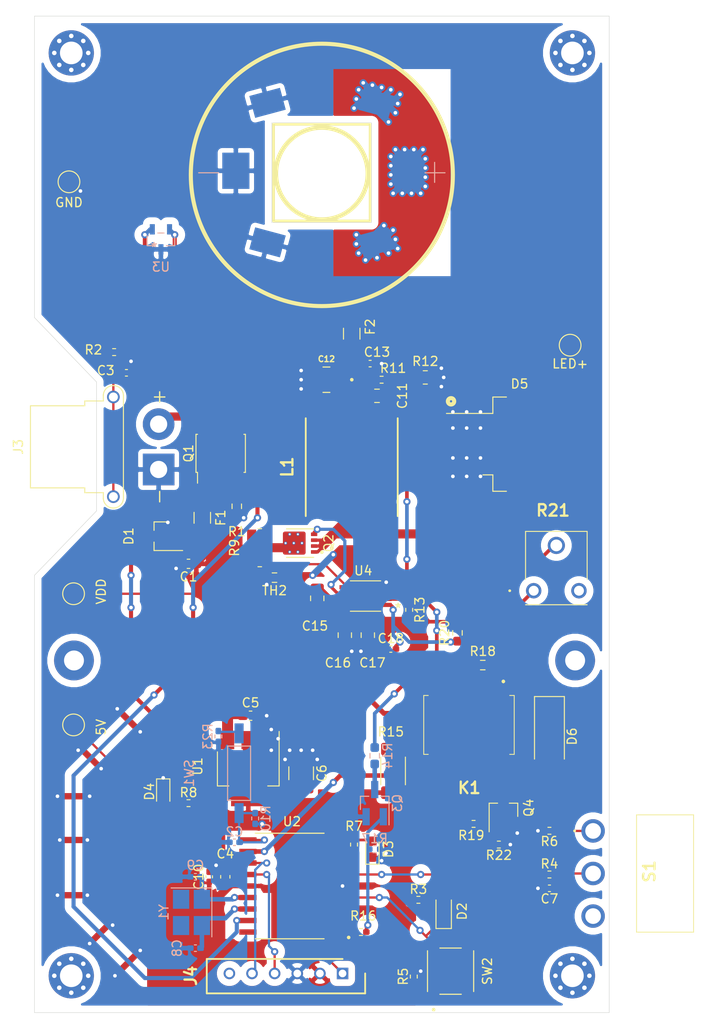
<source format=kicad_pcb>
(kicad_pcb (version 20171130) (host pcbnew 5.1.10)
  (layers (0 F.Cu signal) (31 B.Cu signal) (34 B.Paste user) (35 F.Paste user) (36 B.SilkS user) (37 F.SilkS user) (38 B.Mask user) (39 F.Mask user) (44 Edge.Cuts user))
  (net 0 "")
  (net 1 VXT)
  (net 2 LED_GND)
  (net 3 LED_VDD)
  (net 4 "Net-(R6-Pad1)")
  (net 5 MODE)
  (net 6 "Net-(S1-Pad3)")
  (net 7 +5V)
  (net 8 VIN)
  (net 9 "Net-(U2-Pad18)")
  (net 10 ANALOG_TEMP)
  (net 11 "Net-(C8-Pad2)")
  (net 12 "Net-(C9-Pad2)")
  (net 13 DATA)
  (net 14 CLK)
  (net 15 RELAY)
  (net 16 ENABLE_DCDC)
  (net 17 "Net-(U2-Pad9)")
  (net 18 "Net-(R7-Pad1)")
  (net 19 "Net-(U2-Pad7)")
  (net 20 VPP\RST)
  (net 21 "Net-(U2-Pad3)")
  (net 22 "Net-(U2-Pad2)")
  (net 23 SHUTDOWN)
  (net 24 ISEN)
  (net 25 FB)
  (net 26 RT)
  (net 27 ADJ)
  (net 28 "Net-(J4-Pad6)")
  (net 29 "Net-(D3-Pad2)")
  (net 30 "Net-(D4-Pad2)")
  (net 31 "Net-(F1-Pad2)")
  (net 32 "Net-(Q2-Pad4)")
  (net 33 "Net-(Q3-Pad3)")
  (net 34 "Net-(Q3-Pad1)")
  (net 35 "Net-(D6-Pad2)")
  (net 36 "Net-(Q4-Pad1)")
  (net 37 "Net-(D2-Pad2)")
  (net 38 "Net-(R5-Pad1)")
  (net 39 "Net-(D6-Pad1)")
  (net 40 "Net-(R18-Pad1)")
  (net 41 "Net-(R23-Pad1)")
  (net 42 "Net-(D5-Pad4)")
  (net 43 "Net-(F2-Pad1)")
  (net 44 "Net-(K1-Pad4)")
  (net 45 "Net-(K1-Pad2)")
  (net 46 "Net-(C3-Pad1)")
  (net 47 "Net-(C15-Pad1)")
  (net 48 "Net-(Q1-Pad4)")
  (module Flashlight:YJS4407A (layer F.Cu) (at 211.836 84.328 90)
    (fp_text reference Q1 (at 0 -3.55 90) (layer F.SilkS))
    (fp_text value PMOS_Vin)
    (pad 1 smd rect (at -2.7 -1.78 90) (size 1.5 0.8) (layers F.Cu F.Paste F.Mask) (net 31 "Net-(F1-Pad2)"))
    (pad 2 smd rect (at -2.7 -0.635 90) (size 1.5 0.8) (layers F.Cu F.Paste F.Mask) (net 31 "Net-(F1-Pad2)"))
    (pad 3 smd rect (at -2.7 0.635 90) (size 1.5 0.8) (layers F.Cu F.Paste F.Mask) (net 31 "Net-(F1-Pad2)"))
    (pad 4 smd rect (at -2.7 1.905 90) (size 1.5 0.8) (layers F.Cu F.Paste F.Mask) (net 48 "Net-(Q1-Pad4)"))
    (pad 8 smd rect (at 2.7 -1.905 90) (size 1.5 0.8) (layers F.Cu F.Paste F.Mask) (net 1 VXT))
    (pad 7 smd rect (at 2.7 -0.635 90) (size 1.5 0.8) (layers F.Cu F.Paste F.Mask) (net 1 VXT))
    (pad 6 smd rect (at 2.7 0.635 90) (size 1.5 0.8) (layers F.Cu F.Paste F.Mask) (net 1 VXT))
    (pad 5 smd rect (at 2.7 1.905 90) (size 1.5 0.8) (layers F.Cu F.Paste F.Mask) (net 1 VXT))
  )
  (module Flashlight:XHP90 (layer B.Cu) (at 223.012 53.34)
    (fp_text reference J2 hide)
    (fp_text value XHP90)
    (fp_line (start -5.525 5.51) (end 5.475 5.51) (layer Edge.Cuts) (width 0.05))
    (fp_line (start -5.525 5.51) (end -5.525 -5.49) (layer Edge.Cuts) (width 0.05))
    (fp_line (start -5.525 -5.49) (end 5.475 -5.49) (layer Edge.Cuts) (width 0.05))
    (fp_line (start 5.475 5.51) (end 5.475 -5.49) (layer Edge.Cuts) (width 0.05))
    (pad 2 smd rect (at 6 -7.7 345) (size 3.5 2.5) (layers B.Cu B.Paste B.Mask) (net 43 "Net-(F2-Pad1)"))
    (pad 1 smd rect (at -6 -7.7 15) (size 3.5 2.5) (layers B.Cu B.Paste B.Mask) (net 2 LED_GND))
    (pad 1 smd rect (at -9.5 -0.2 270) (size 4 3) (layers B.Cu B.Paste B.Mask) (net 2 LED_GND))
    (pad 2 smd rect (at 9.5 -0.2 270) (size 4 3) (layers B.Cu B.Paste B.Mask) (net 43 "Net-(F2-Pad1)"))
    (pad 1 smd rect (at -6 7.7 345) (size 3.5 2.5) (layers B.Cu B.Paste B.Mask) (net 2 LED_GND))
    (pad 2 smd rect (at 6 7.7 15) (size 3.5 2.5) (layers B.Cu B.Paste B.Mask) (net 43 "Net-(F2-Pad1)"))
  )
  (module Flashlight:AMASS_XT30PW-F (layer F.Cu) (at 204.978 86.106 90)
    (fp_text reference J3 (at 2.5 -15.5 90) (layer F.SilkS))
    (fp_text value XT30PW-F)
    (fp_text user - (at -3 0 90) (layer F.SilkS) (effects (font (size 1.5 1.5))))
    (fp_text user + (at 8 0 90) (layer F.SilkS) (effects (font (size 1.5 1.5))))
    (pad 2 thru_hole circle (at 5 0 90) (size 3.5 3.5) (drill 1.9) (layers *.Cu *.Mask) (net 1 VXT))
    (pad 1 thru_hole rect (at 0 0 90) (size 3.5 3.5) (drill 1.9) (layers *.Cu *.Mask) (net 2 LED_GND))
    (pad 4 thru_hole circle (at 8 -5 90) (size 1.4 1.4) (drill 1) (layers *.Cu *.Mask) (net 46 "Net-(C3-Pad1)"))
    (pad 3 thru_hole circle (at -3 -5 180) (size 1.4 1.4) (drill 1) (layers *.Cu *.Mask) (net 46 "Net-(C3-Pad1)"))
  )
  (module Flashlight:LM25085MM&slash_NOPB (layer F.Cu) (at 227.838 100.076 180)
    (fp_text reference U4 (at 0.254 2.794) (layer F.SilkS))
    (fp_text value LM25085MM_NOPB hide)
    (fp_text user * (at -3.6 -1.35) (layer F.SilkS))
    (pad 8 smd rect (at 2.1971 -0.974999 180) (size 1.360399 0.4664) (layers F.Cu F.Paste F.Mask) (net 8 VIN))
    (pad 7 smd rect (at 2.1971 -0.325001 180) (size 1.360399 0.4664) (layers F.Cu F.Paste F.Mask) (net 47 "Net-(C15-Pad1)"))
    (pad 6 smd rect (at 2.1971 0.325001 180) (size 1.360399 0.4664) (layers F.Cu F.Paste F.Mask) (net 32 "Net-(Q2-Pad4)"))
    (pad 5 smd rect (at 2.1971 0.974999 180) (size 1.360399 0.4664) (layers F.Cu F.Paste F.Mask) (net 24 ISEN))
    (pad 4 smd rect (at -2.1971 0.974999 180) (size 1.360399 0.4664) (layers F.Cu F.Paste F.Mask) (net 2 LED_GND))
    (pad 3 smd rect (at -2.1971 0.325001 180) (size 1.360399 0.4664) (layers F.Cu F.Paste F.Mask) (net 25 FB))
    (pad 2 smd rect (at -2.1971 -0.325001 180) (size 1.360399 0.4664) (layers F.Cu F.Paste F.Mask) (net 26 RT))
    (pad 1 smd rect (at -2.1971 -0.974999 180) (size 1.360399 0.4664) (layers F.Cu F.Paste F.Mask) (net 27 ADJ))
  )
  (module Flashlight:HFD4024S (layer F.Cu) (at 239.268 114.3 180)
    (fp_text reference K1 (at -0.03 -6.95) (layer F.SilkS) (effects (font (size 1.27 1.27) (thickness 0.254))))
    (fp_text value HFD4-24-SR hide)
    (pad 8 smd rect (at -3.8 -3.175 180) (size 1 2.3) (layers F.Cu F.Paste F.Mask) (net 35 "Net-(D6-Pad2)"))
    (pad 7 smd rect (at -0.6 -3.175 180) (size 1 2.3) (layers F.Cu F.Paste F.Mask))
    (pad 6 smd rect (at 1.6 -3.175 180) (size 1 2.3) (layers F.Cu F.Paste F.Mask))
    (pad 5 smd rect (at 3.8 -3.175 180) (size 1 2.3) (layers F.Cu F.Paste F.Mask))
    (pad 4 smd rect (at 3.8 3.175 180) (size 1 2.3) (layers F.Cu F.Paste F.Mask) (net 44 "Net-(K1-Pad4)"))
    (pad 3 smd rect (at 1.6 3.175 180) (size 1 2.3) (layers F.Cu F.Paste F.Mask) (net 8 VIN))
    (pad 2 smd rect (at -0.6 3.175 180) (size 1 2.3) (layers F.Cu F.Paste F.Mask) (net 45 "Net-(K1-Pad2)"))
    (pad 1 smd rect (at -3.8 3.175 180) (size 1 2.3) (layers F.Cu F.Paste F.Mask) (net 39 "Net-(D6-Pad1)"))
  )
  (module MountingHole:MountingHole_2.2mm_M2_Pad (layer F.Cu) (at 250.998 107.188)
    (fp_text reference H6 hide)
    (fp_text value BMS_mnt)
    (pad 1 thru_hole circle (at 0 0) (size 4.4 4.4) (drill 2.2) (layers *.Cu *.Mask))
  )
  (module MountingHole:MountingHole_2.2mm_M2_Pad (layer F.Cu) (at 195.626 107.188)
    (fp_text reference H5 hide)
    (fp_text value BMS_mnt)
    (pad 1 thru_hole circle (at 0 0) (size 4.4 4.4) (drill 2.2) (layers *.Cu *.Mask))
  )
  (module MountingHole:MountingHole_2.5mm_Pad_Via (layer F.Cu) (at 250.698 40.132)
    (fp_text reference H2 hide)
    (fp_text value MountingHole)
    (pad 1 thru_hole circle (at 0 0) (size 5 5) (drill 2.5) (layers *.Cu *.Mask))
    (pad 1 thru_hole circle (at 1.875 0) (size 0.8 0.8) (drill 0.5) (layers *.Cu *.Mask))
    (pad 1 thru_hole circle (at 1.325825 1.325825) (size 0.8 0.8) (drill 0.5) (layers *.Cu *.Mask))
    (pad 1 thru_hole circle (at 0 1.875) (size 0.8 0.8) (drill 0.5) (layers *.Cu *.Mask))
    (pad 1 thru_hole circle (at -1.325825 1.325825) (size 0.8 0.8) (drill 0.5) (layers *.Cu *.Mask))
    (pad 1 thru_hole circle (at -1.875 0) (size 0.8 0.8) (drill 0.5) (layers *.Cu *.Mask))
    (pad 1 thru_hole circle (at -1.325825 -1.325825) (size 0.8 0.8) (drill 0.5) (layers *.Cu *.Mask))
    (pad 1 thru_hole circle (at 0 -1.875) (size 0.8 0.8) (drill 0.5) (layers *.Cu *.Mask))
    (pad 1 thru_hole circle (at 1.325825 -1.325825) (size 0.8 0.8) (drill 0.5) (layers *.Cu *.Mask))
  )
  (module Resistor_SMD:R_0603_1608Metric_Pad0.98x0.95mm_HandSolder (layer F.Cu) (at 217.7815 98.044 180)
    (fp_text reference TH2 (at 0 -1.43) (layer F.SilkS))
    (fp_text value Thermistor_NTC)
    (pad 2 smd roundrect (at 0.9125 0 180) (size 0.975 0.95) (layers F.Cu F.Paste F.Mask) (net 2 LED_GND))
    (pad 1 smd roundrect (at -0.9125 0 180) (size 0.975 0.95) (layers F.Cu F.Paste F.Mask) (net 24 ISEN))
  )
  (module Flashlight:VZ067TL1B (layer F.Cu) (at 246.42 99.488)
    (fp_text reference R21 (at 2.13 -8.86) (layer F.SilkS) (effects (font (size 1.27 1.27) (thickness 0.254))))
    (fp_text value R_Variable hide)
    (pad 3 thru_hole circle (at 5 0) (size 1.7 1.7) (drill 1.1) (layers *.Cu *.Mask))
    (pad 2 thru_hole circle (at 2.5 -5) (size 1.9 1.9) (drill 1.3) (layers *.Cu *.Mask) (net 27 ADJ))
    (pad 1 thru_hole circle (at 0 0) (size 1.7 1.7) (drill 1.1) (layers *.Cu *.Mask) (net 40 "Net-(R18-Pad1)"))
  )
  (module Resistor_SMD:R_0805_2012Metric_Pad1.20x1.40mm_HandSolder (layer F.Cu) (at 234.442 75.946 180)
    (fp_text reference R12 (at 0 1.778) (layer F.SilkS))
    (fp_text value Rfb1)
    (pad 2 smd roundrect (at 1 0 180) (size 1.2 1.4) (layers F.Cu F.Paste F.Mask) (roundrect_rratio 0.208333) (net 25 FB))
    (pad 1 smd roundrect (at -1 0 180) (size 1.2 1.4) (layers F.Cu F.Paste F.Mask) (roundrect_rratio 0.208333) (net 2 LED_GND))
  )
  (module MountingHole:MountingHole_2.5mm_Pad_Via (layer F.Cu) (at 195.326 40.132)
    (fp_text reference H4 hide)
    (fp_text value MountingHole hide)
    (pad 1 thru_hole circle (at 0 0) (size 5 5) (drill 2.5) (layers *.Cu *.Mask))
    (pad 1 thru_hole circle (at 1.875 0) (size 0.8 0.8) (drill 0.5) (layers *.Cu *.Mask))
    (pad 1 thru_hole circle (at 1.325825 1.325825) (size 0.8 0.8) (drill 0.5) (layers *.Cu *.Mask))
    (pad 1 thru_hole circle (at 0 1.875) (size 0.8 0.8) (drill 0.5) (layers *.Cu *.Mask))
    (pad 1 thru_hole circle (at -1.325825 1.325825) (size 0.8 0.8) (drill 0.5) (layers *.Cu *.Mask))
    (pad 1 thru_hole circle (at -1.875 0) (size 0.8 0.8) (drill 0.5) (layers *.Cu *.Mask))
    (pad 1 thru_hole circle (at -1.325825 -1.325825) (size 0.8 0.8) (drill 0.5) (layers *.Cu *.Mask))
    (pad 1 thru_hole circle (at 0 -1.875) (size 0.8 0.8) (drill 0.5) (layers *.Cu *.Mask))
    (pad 1 thru_hole circle (at 1.325825 -1.325825) (size 0.8 0.8) (drill 0.5) (layers *.Cu *.Mask))
  )
  (module MountingHole:MountingHole_2.5mm_Pad_Via (layer F.Cu) (at 195.326 141.986)
    (fp_text reference H3 hide)
    (fp_text value MountingHole hide)
    (pad 1 thru_hole circle (at 0 0) (size 5 5) (drill 2.5) (layers *.Cu *.Mask))
    (pad 1 thru_hole circle (at 1.875 0) (size 0.8 0.8) (drill 0.5) (layers *.Cu *.Mask))
    (pad 1 thru_hole circle (at 1.325825 1.325825) (size 0.8 0.8) (drill 0.5) (layers *.Cu *.Mask))
    (pad 1 thru_hole circle (at 0 1.875) (size 0.8 0.8) (drill 0.5) (layers *.Cu *.Mask))
    (pad 1 thru_hole circle (at -1.325825 1.325825) (size 0.8 0.8) (drill 0.5) (layers *.Cu *.Mask))
    (pad 1 thru_hole circle (at -1.875 0) (size 0.8 0.8) (drill 0.5) (layers *.Cu *.Mask))
    (pad 1 thru_hole circle (at -1.325825 -1.325825) (size 0.8 0.8) (drill 0.5) (layers *.Cu *.Mask))
    (pad 1 thru_hole circle (at 0 -1.875) (size 0.8 0.8) (drill 0.5) (layers *.Cu *.Mask))
    (pad 1 thru_hole circle (at 1.325825 -1.325825) (size 0.8 0.8) (drill 0.5) (layers *.Cu *.Mask))
  )
  (module MountingHole:MountingHole_2.5mm_Pad_Via (layer F.Cu) (at 250.698 141.986)
    (fp_text reference H1 hide)
    (fp_text value MountingHole hide)
    (pad 1 thru_hole circle (at 0 0) (size 5 5) (drill 2.5) (layers *.Cu *.Mask))
    (pad 1 thru_hole circle (at 1.875 0) (size 0.8 0.8) (drill 0.5) (layers *.Cu *.Mask))
    (pad 1 thru_hole circle (at 1.325825 1.325825) (size 0.8 0.8) (drill 0.5) (layers *.Cu *.Mask))
    (pad 1 thru_hole circle (at 0 1.875) (size 0.8 0.8) (drill 0.5) (layers *.Cu *.Mask))
    (pad 1 thru_hole circle (at -1.325825 1.325825) (size 0.8 0.8) (drill 0.5) (layers *.Cu *.Mask))
    (pad 1 thru_hole circle (at -1.875 0) (size 0.8 0.8) (drill 0.5) (layers *.Cu *.Mask))
    (pad 1 thru_hole circle (at -1.325825 -1.325825) (size 0.8 0.8) (drill 0.5) (layers *.Cu *.Mask))
    (pad 1 thru_hole circle (at 0 -1.875) (size 0.8 0.8) (drill 0.5) (layers *.Cu *.Mask))
    (pad 1 thru_hole circle (at 1.325825 -1.325825) (size 0.8 0.8) (drill 0.5) (layers *.Cu *.Mask))
  )
  (module Fuse:Fuse_1206_3216Metric_Pad1.42x1.75mm_HandSolder (layer F.Cu) (at 226.314 71.12 270)
    (fp_text reference F2 (at -0.762 -2.032 90) (layer F.SilkS))
    (fp_text value Fuse_LED)
    (pad 2 smd roundrect (at 1.4875 0 270) (size 1.425 1.75) (layers F.Cu F.Paste F.Mask) (roundrect_rratio 0.175439) (net 3 LED_VDD))
    (pad 1 smd roundrect (at -1.4875 0 270) (size 1.425 1.75) (layers F.Cu F.Paste F.Mask) (roundrect_rratio 0.175439) (net 43 "Net-(F2-Pad1)"))
  )
  (module Fuse:Fuse_1206_3216Metric_Pad1.42x1.75mm_HandSolder (layer F.Cu) (at 209.804 91.44 90)
    (fp_text reference F1 (at 0 2.032 90) (layer F.SilkS))
    (fp_text value Fuse_PWR)
    (pad 2 smd roundrect (at 1.4875 0 90) (size 1.425 1.75) (layers F.Cu F.Paste F.Mask) (roundrect_rratio 0.175439) (net 31 "Net-(F1-Pad2)"))
    (pad 1 smd roundrect (at -1.4875 0 90) (size 1.425 1.75) (layers F.Cu F.Paste F.Mask) (roundrect_rratio 0.175439) (net 8 VIN))
  )
  (module Flashlight:D_SMAG (layer F.Cu) (at 248.158 115.57 270)
    (fp_text reference D6 (at 0 -2.5 90) (layer F.SilkS))
    (fp_text value D_flyback)
    (pad 1 smd rect (at -2.5 0 270) (size 2 2.2) (layers F.Cu F.Paste F.Mask) (net 39 "Net-(D6-Pad1)"))
    (pad 2 smd rect (at 2.5 0 270) (size 2 2.2) (layers F.Cu F.Paste F.Mask) (net 35 "Net-(D6-Pad2)"))
  )
  (module Flashlight:TO-263-2 (layer F.Cu) (at 244.856 83.312)
    (fp_text reference D5 (at 0 -6.65) (layer F.SilkS))
    (fp_text value Driver_Schottky)
    (pad 1 smd rect (at -5.775 -2.54) (size 4.6 1.1) (layers F.Cu F.Paste F.Mask) (net 2 LED_GND))
    (pad 3 smd rect (at -5.775 2.54) (size 4.6 1.1) (layers F.Cu F.Paste F.Mask) (net 2 LED_GND))
    (pad 4 smd rect (at 3.375 0) (size 9.4 10.8) (layers F.Cu F.Mask) (net 42 "Net-(D5-Pad4)"))
  )
  (module Diode_SMD:D_SOD-323_HandSoldering (layer F.Cu) (at 236.474 134.874 90)
    (fp_text reference D2 (at 0 2.032 90) (layer F.SilkS))
    (fp_text value D_Schottky)
    (pad 2 smd rect (at 1.25 0 90) (size 1 1) (layers F.Cu F.Paste F.Mask) (net 37 "Net-(D2-Pad2)"))
    (pad 1 smd rect (at -1.25 0 90) (size 1 1) (layers F.Cu F.Paste F.Mask) (net 20 VPP\RST))
  )
  (module Package_TO_SOT_SMD:SOT-23_Handsoldering (layer F.Cu) (at 205.232 93.472 180)
    (fp_text reference D1 (at 3.556 0 270) (layer F.SilkS))
    (fp_text value D_TVS)
    (pad 3 smd rect (at 1.5 0 180) (size 1.9 0.8) (layers F.Cu F.Paste F.Mask))
    (pad 2 smd rect (at -1.5 0.95 180) (size 1.9 0.8) (layers F.Cu F.Paste F.Mask) (net 2 LED_GND))
    (pad 1 smd rect (at -1.5 -0.95 180) (size 1.9 0.8) (layers F.Cu F.Paste F.Mask) (net 8 VIN))
  )
  (module Flashlight:SW_TS-1187A-B-A-B (layer F.Cu) (at 237.236 141.478 90)
    (fp_text reference SW2 (at 0 4.064 90) (layer F.SilkS))
    (fp_text value SW_Push)
    (pad 1 smd rect (at -3 -1.875 90) (size 1 0.75) (layers F.Cu F.Paste F.Mask) (net 38 "Net-(R5-Pad1)"))
    (pad 2 smd rect (at 3 -1.875 90) (size 1 0.75) (layers F.Cu F.Paste F.Mask) (net 20 VPP\RST))
    (pad 3 smd rect (at -3 1.875 90) (size 1 0.75) (layers F.Cu F.Paste F.Mask))
    (pad 4 smd rect (at 3 1.875 90) (size 1 0.75) (layers F.Cu F.Paste F.Mask))
  )
  (module Flashlight:DSIC01LSGET (layer B.Cu) (at 213.868 119.634 270)
    (fp_text reference SW1 (at 0 5.5 90) (layer B.SilkS) (effects (justify mirror)))
    (fp_text value SW_SPST)
    (pad 1 smd custom (at -4.4 0 270) (size 2.2 1) (layers B.Cu B.Paste B.Mask) (net 41 "Net-(R23-Pad1)") (options (clearance outline) (anchor rect)) (primitives))
    (pad 2 smd custom (at 4.4 0 270) (size 2.2 1) (layers B.Cu B.Paste B.Mask) (net 16 ENABLE_DCDC) (options (clearance outline) (anchor rect)) (primitives))
  )
  (module Resistor_SMD:R_0402_1005Metric_Pad0.72x0.64mm_HandSolder (layer B.Cu) (at 211.582 115.57 270)
    (fp_text reference R23 (at 0 1.17 270) (layer B.SilkS) (effects (justify mirror)))
    (fp_text value R)
    (pad 2 smd roundrect (at 0.5975 0 270) (size 0.715 0.64) (layers B.Cu B.Paste B.Mask) (net 2 LED_GND))
    (pad 1 smd roundrect (at -0.5975 0 270) (size 0.715 0.64) (layers B.Cu B.Paste B.Mask) (net 41 "Net-(R23-Pad1)"))
  )
  (module Resistor_SMD:R_0402_1005Metric_Pad0.72x0.64mm_HandSolder (layer F.Cu) (at 242.57 127.508 180)
    (fp_text reference R22 (at 0 -1.17) (layer F.SilkS))
    (fp_text value R)
    (pad 2 smd roundrect (at 0.5975 0 180) (size 0.715 0.64) (layers F.Cu F.Paste F.Mask) (net 36 "Net-(Q4-Pad1)"))
    (pad 1 smd roundrect (at -0.5975 0 180) (size 0.715 0.64) (layers F.Cu F.Paste F.Mask) (net 2 LED_GND))
  )
  (module Resistor_SMD:R_0603_1608Metric_Pad0.98x0.95mm_HandSolder (layer F.Cu) (at 237.998 104.14 90)
    (fp_text reference R20 (at 0 -1.43 90) (layer F.SilkS))
    (fp_text value Radj)
    (pad 2 smd roundrect (at 0.9125 0 90) (size 0.975 0.95) (layers F.Cu F.Paste F.Mask) (net 8 VIN))
    (pad 1 smd roundrect (at -0.9125 0 90) (size 0.975 0.95) (layers F.Cu F.Paste F.Mask) (net 27 ADJ))
  )
  (module Resistor_SMD:R_0402_1005Metric_Pad0.72x0.64mm_HandSolder (layer F.Cu) (at 239.776 125.222)
    (fp_text reference R19 (at -0.254 1.27) (layer F.SilkS))
    (fp_text value R)
    (pad 2 smd roundrect (at 0.5975 0) (size 0.715 0.64) (layers F.Cu F.Paste F.Mask) (net 36 "Net-(Q4-Pad1)"))
    (pad 1 smd roundrect (at -0.5975 0) (size 0.715 0.64) (layers F.Cu F.Paste F.Mask) (net 15 RELAY))
  )
  (module Resistor_SMD:R_0603_1608Metric_Pad0.98x0.95mm_HandSolder (layer F.Cu) (at 240.792 107.696 180)
    (fp_text reference R18 (at 0 1.524) (layer F.SilkS))
    (fp_text value Rpar)
    (pad 2 smd roundrect (at 0.9125 0 180) (size 0.975 0.95) (layers F.Cu F.Paste F.Mask) (net 45 "Net-(K1-Pad2)"))
    (pad 1 smd roundrect (at -0.9125 0 180) (size 0.975 0.95) (layers F.Cu F.Paste F.Mask) (net 40 "Net-(R18-Pad1)"))
  )
  (module Resistor_SMD:R_0402_1005Metric_Pad0.72x0.64mm_HandSolder (layer B.Cu) (at 228.854 128.016 180)
    (fp_text reference R17 (at 0 1.17) (layer B.SilkS) (effects (justify mirror)))
    (fp_text value Rterm)
    (pad 2 smd roundrect (at 0.5975 0 180) (size 0.715 0.64) (layers B.Cu B.Paste B.Mask) (net 34 "Net-(Q3-Pad1)"))
    (pad 1 smd roundrect (at -0.5975 0 180) (size 0.715 0.64) (layers B.Cu B.Paste B.Mask) (net 2 LED_GND))
  )
  (module Resistor_SMD:R_0402_1005Metric_Pad0.72x0.64mm_HandSolder (layer F.Cu) (at 227.33 137.16 180)
    (fp_text reference R16 (at -0.254 1.778 180) (layer F.SilkS))
    (fp_text value R)
    (pad 2 smd roundrect (at 0.5975 0 180) (size 0.715 0.64) (layers F.Cu F.Paste F.Mask) (net 23 SHUTDOWN))
    (pad 1 smd roundrect (at -0.5975 0 180) (size 0.715 0.64) (layers F.Cu F.Paste F.Mask) (net 34 "Net-(Q3-Pad1)"))
  )
  (module Flashlight:TyoHM-SMF-3W (layer F.Cu) (at 230.886 119.38 270)
    (fp_text reference R15 (at -4.318 0.254 180) (layer F.SilkS))
    (fp_text value R_cushion)
    (pad 1 smd roundrect (at -2.4 0 270) (size 1.4 2.65) (layers F.Cu F.Paste F.Mask) (roundrect_rratio 0.178571) (net 39 "Net-(D6-Pad1)"))
    (pad 2 smd roundrect (at 2.4 0 270) (size 1.4 2.65) (layers F.Cu F.Paste F.Mask) (roundrect_rratio 0.178571) (net 7 +5V))
  )
  (module Resistor_SMD:R_0603_1608Metric_Pad0.98x0.95mm_HandSolder (layer B.Cu) (at 228.854 117.7055 90)
    (fp_text reference R14 (at 0 1.43 270) (layer B.SilkS) (effects (justify mirror)))
    (fp_text value R)
    (pad 2 smd roundrect (at 0.9125 0 90) (size 0.975 0.95) (layers B.Cu B.Paste B.Mask) (net 26 RT))
    (pad 1 smd roundrect (at -0.9125 0 90) (size 0.975 0.95) (layers B.Cu B.Paste B.Mask) (net 33 "Net-(Q3-Pad3)"))
  )
  (module Resistor_SMD:R_0402_1005Metric_Pad0.72x0.64mm_HandSolder (layer F.Cu) (at 232.664 101.6 270)
    (fp_text reference R13 (at 0 -1.17 90) (layer F.SilkS))
    (fp_text value Rt)
    (pad 2 smd roundrect (at 0.5975 0 270) (size 0.715 0.64) (layers F.Cu F.Paste F.Mask) (net 8 VIN))
    (pad 1 smd roundrect (at -0.5975 0 270) (size 0.715 0.64) (layers F.Cu F.Paste F.Mask) (net 26 RT))
  )
  (module Resistor_SMD:R_0402_1005Metric_Pad0.72x0.64mm_HandSolder (layer F.Cu) (at 229.616 76.2 180)
    (fp_text reference R11 (at -1.27 1.27 180) (layer F.SilkS))
    (fp_text value Rfb2)
    (pad 2 smd roundrect (at 0.5975 0 180) (size 0.715 0.64) (layers F.Cu F.Paste F.Mask) (net 3 LED_VDD))
    (pad 1 smd roundrect (at -0.5975 0 180) (size 0.715 0.64) (layers F.Cu F.Paste F.Mask) (net 25 FB))
  )
  (module Resistor_SMD:R_0402_1005Metric_Pad0.72x0.64mm_HandSolder (layer B.Cu) (at 215.646 124.6245 90)
    (fp_text reference R10 (at 0 1.17 90) (layer B.SilkS) (effects (justify mirror)))
    (fp_text value R)
    (pad 2 smd roundrect (at 0.5975 0 90) (size 0.715 0.64) (layers B.Cu B.Paste B.Mask) (net 16 ENABLE_DCDC))
    (pad 1 smd roundrect (at -0.5975 0 90) (size 0.715 0.64) (layers B.Cu B.Paste B.Mask) (net 7 +5V))
  )
  (module Flashlight:R_1508_Wide (layer F.Cu) (at 216.154 94.742 180)
    (fp_text reference R9 (at 2.794 0 90) (layer F.SilkS))
    (fp_text value Rsns)
    (pad 2 smd rect (at 0.9 0 180) (size 1 4) (layers F.Cu F.Paste F.Mask) (net 8 VIN))
    (pad 1 smd rect (at -0.9 0 180) (size 1 4) (layers F.Cu F.Paste F.Mask) (net 24 ISEN))
  )
  (module Resistor_SMD:R_0402_1005Metric_Pad0.72x0.64mm_HandSolder (layer F.Cu) (at 208.28 122.936)
    (fp_text reference R8 (at 0 -1.17) (layer F.SilkS))
    (fp_text value R)
    (pad 2 smd roundrect (at 0.5975 0) (size 0.715 0.64) (layers F.Cu F.Paste F.Mask) (net 7 +5V))
    (pad 1 smd roundrect (at -0.5975 0) (size 0.715 0.64) (layers F.Cu F.Paste F.Mask) (net 30 "Net-(D4-Pad2)"))
  )
  (module Resistor_SMD:R_0402_1005Metric_Pad0.72x0.64mm_HandSolder (layer F.Cu) (at 226.568 127.508 90)
    (fp_text reference R7 (at 2.032 0 180) (layer F.SilkS))
    (fp_text value R)
    (pad 2 smd roundrect (at 0.5975 0 90) (size 0.715 0.64) (layers F.Cu F.Paste F.Mask) (net 29 "Net-(D3-Pad2)"))
    (pad 1 smd roundrect (at -0.5975 0 90) (size 0.715 0.64) (layers F.Cu F.Paste F.Mask) (net 18 "Net-(R7-Pad1)"))
  )
  (module Resistor_SMD:R_0402_1005Metric_Pad0.72x0.64mm_HandSolder (layer F.Cu) (at 248.158 125.984 180)
    (fp_text reference R6 (at 0 -1.17) (layer F.SilkS))
    (fp_text value R)
    (pad 2 smd roundrect (at 0.5975 0 180) (size 0.715 0.64) (layers F.Cu F.Paste F.Mask) (net 2 LED_GND))
    (pad 1 smd roundrect (at -0.5975 0 180) (size 0.715 0.64) (layers F.Cu F.Paste F.Mask) (net 4 "Net-(R6-Pad1)"))
  )
  (module Resistor_SMD:R_0402_1005Metric_Pad0.72x0.64mm_HandSolder (layer F.Cu) (at 233.172 142.0755 90)
    (fp_text reference R5 (at 0 -1.17 90) (layer F.SilkS))
    (fp_text value R)
    (pad 2 smd roundrect (at 0.5975 0 90) (size 0.715 0.64) (layers F.Cu F.Paste F.Mask) (net 2 LED_GND))
    (pad 1 smd roundrect (at -0.5975 0 90) (size 0.715 0.64) (layers F.Cu F.Paste F.Mask) (net 38 "Net-(R5-Pad1)"))
  )
  (module Resistor_SMD:R_0402_1005Metric_Pad0.72x0.64mm_HandSolder (layer F.Cu) (at 248.158 130.81)
    (fp_text reference R4 (at 0 -1.17) (layer F.SilkS))
    (fp_text value R)
    (pad 2 smd roundrect (at 0.5975 0) (size 0.715 0.64) (layers F.Cu F.Paste F.Mask) (net 5 MODE))
    (pad 1 smd roundrect (at -0.5975 0) (size 0.715 0.64) (layers F.Cu F.Paste F.Mask) (net 7 +5V))
  )
  (module Resistor_SMD:R_0402_1005Metric_Pad0.72x0.64mm_HandSolder (layer F.Cu) (at 233.68 133.604)
    (fp_text reference R3 (at 0 -1.17) (layer F.SilkS))
    (fp_text value 10k)
    (pad 2 smd roundrect (at 0.5975 0) (size 0.715 0.64) (layers F.Cu F.Paste F.Mask) (net 37 "Net-(D2-Pad2)"))
    (pad 1 smd roundrect (at -0.5975 0) (size 0.715 0.64) (layers F.Cu F.Paste F.Mask) (net 7 +5V))
  )
  (module Resistor_SMD:R_0402_1005Metric_Pad0.72x0.64mm_HandSolder (layer F.Cu) (at 200.0625 73.152)
    (fp_text reference R2 (at -2.286 -0.254) (layer F.SilkS))
    (fp_text value 10k)
    (pad 2 smd roundrect (at 0.5975 0) (size 0.715 0.64) (layers F.Cu F.Paste F.Mask) (net 2 LED_GND))
    (pad 1 smd roundrect (at -0.5975 0) (size 0.715 0.64) (layers F.Cu F.Paste F.Mask) (net 46 "Net-(C3-Pad1)"))
  )
  (module Resistor_SMD:R_0603_1608Metric_Pad0.98x0.95mm_HandSolder (layer F.Cu) (at 213.614 90.17 90)
    (fp_text reference R1 (at -2.794 0 180) (layer F.SilkS))
    (fp_text value R)
    (pad 2 smd roundrect (at 0.9125 0 90) (size 0.975 0.95) (layers F.Cu F.Paste F.Mask) (net 48 "Net-(Q1-Pad4)"))
    (pad 1 smd roundrect (at -0.9125 0 90) (size 0.975 0.95) (layers F.Cu F.Paste F.Mask) (net 2 LED_GND))
  )
  (module Package_TO_SOT_SMD:SOT-23_Handsoldering (layer F.Cu) (at 243.078 123.698 90)
    (fp_text reference Q4 (at 0.254 2.794 90) (layer F.SilkS))
    (fp_text value Q_NMOS_GSD)
    (pad 3 smd rect (at 1.5 0 90) (size 1.9 0.8) (layers F.Cu F.Paste F.Mask) (net 35 "Net-(D6-Pad2)"))
    (pad 2 smd rect (at -1.5 0.95 90) (size 1.9 0.8) (layers F.Cu F.Paste F.Mask) (net 2 LED_GND))
    (pad 1 smd rect (at -1.5 -0.95 90) (size 1.9 0.8) (layers F.Cu F.Paste F.Mask) (net 36 "Net-(Q4-Pad1)"))
  )
  (module Package_TO_SOT_SMD:SOT-23_Handsoldering (layer B.Cu) (at 228.854 122.936 90)
    (fp_text reference Q3 (at 0 2.5 270) (layer B.SilkS) (effects (justify mirror)))
    (fp_text value Q_NMOS_GSD)
    (pad 3 smd rect (at 1.5 0 90) (size 1.9 0.8) (layers B.Cu B.Paste B.Mask) (net 33 "Net-(Q3-Pad3)"))
    (pad 2 smd rect (at -1.5 -0.95 90) (size 1.9 0.8) (layers B.Cu B.Paste B.Mask) (net 2 LED_GND))
    (pad 1 smd rect (at -1.5 0.95 90) (size 1.9 0.8) (layers B.Cu B.Paste B.Mask) (net 34 "Net-(Q3-Pad1)"))
  )
  (module Flashlight:TRANS_CSD25402Q3A (layer F.Cu) (at 220.609 94.234 180)
    (fp_text reference Q2 (at -3.165 0 90) (layer F.SilkS))
    (fp_text value CSD25402Q3A)
    (pad 4 smd roundrect (at -1.55 0.975 180) (size 0.7 0.4) (layers F.Cu) (roundrect_rratio 0.1) (net 32 "Net-(Q2-Pad4)"))
    (pad 3 smd roundrect (at -1.55 0.325 180) (size 0.7 0.4) (layers F.Cu) (roundrect_rratio 0.1) (net 42 "Net-(D5-Pad4)"))
    (pad 1 smd roundrect (at -1.55 -0.975 180) (size 0.7 0.4) (layers F.Cu) (roundrect_rratio 0.1) (net 42 "Net-(D5-Pad4)"))
    (pad 2 smd roundrect (at -1.55 -0.325 180) (size 0.7 0.4) (layers F.Cu) (roundrect_rratio 0.1) (net 42 "Net-(D5-Pad4)"))
    (pad 9_7 thru_hole circle (at 1.15 0.975 180) (size 0.35 0.35) (drill 0.2) (layers *.Cu) (net 24 ISEN))
    (pad 9_6 thru_hole circle (at 0.245 0.975 180) (size 0.35 0.35) (drill 0.2) (layers *.Cu) (net 24 ISEN))
    (pad 9_5 thru_hole circle (at 1.602 0 180) (size 0.35 0.35) (drill 0.2) (layers *.Cu) (net 24 ISEN))
    (pad 9_4 thru_hole circle (at 1.15 -0.975 180) (size 0.35 0.35) (drill 0.2) (layers *.Cu) (net 24 ISEN))
    (pad 9_3 thru_hole circle (at 0.245 -0.975 180) (size 0.35 0.35) (drill 0.2) (layers *.Cu) (net 24 ISEN))
    (pad 9_2 thru_hole circle (at -0.208 0 180) (size 0.35 0.35) (drill 0.2) (layers *.Cu) (net 24 ISEN))
    (pad 9_1 thru_hole circle (at 0.697 0 180) (size 0.35 0.35) (drill 0.2) (layers *.Cu) (net 24 ISEN))
    (pad 9 smd roundrect (at 0.645 0 180) (size 2.51 2.55) (layers F.Cu) (roundrect_rratio 0.09) (net 24 ISEN))
  )
  (module LED_SMD:LED_0603_1608Metric_Pad1.05x0.95mm_HandSolder (layer F.Cu) (at 205.486 121.92 270)
    (fp_text reference D4 (at -0.254 1.524 90) (layer F.SilkS))
    (fp_text value PWR_STATUS)
    (pad 2 smd roundrect (at 0.875 0 270) (size 1.05 0.95) (layers F.Cu F.Paste F.Mask) (net 30 "Net-(D4-Pad2)"))
    (pad 1 smd roundrect (at -0.875 0 270) (size 1.05 0.95) (layers F.Cu F.Paste F.Mask) (net 2 LED_GND))
  )
  (module LED_SMD:LED_0603_1608Metric_Pad1.05x0.95mm_HandSolder (layer F.Cu) (at 228.6 128.016 90)
    (fp_text reference D3 (at 0 1.778 270) (layer F.SilkS))
    (fp_text value BLINK_TEST)
    (pad 2 smd roundrect (at 0.875 0 90) (size 1.05 0.95) (layers F.Cu F.Paste F.Mask) (net 29 "Net-(D3-Pad2)"))
    (pad 1 smd roundrect (at -0.875 0 90) (size 1.05 0.95) (layers F.Cu F.Paste F.Mask) (net 2 LED_GND))
  )
  (module Capacitor_SMD:C_0402_1005Metric_Pad0.74x0.62mm_HandSolder (layer F.Cu) (at 230.632 105.918)
    (fp_text reference C18 (at 0 -1.16) (layer F.SilkS))
    (fp_text value Cadj)
    (pad 2 smd roundrect (at 0.5675 0) (size 0.735 0.62) (layers F.Cu F.Paste F.Mask) (net 27 ADJ))
    (pad 1 smd roundrect (at -0.5675 0) (size 0.735 0.62) (layers F.Cu F.Paste F.Mask) (net 8 VIN))
  )
  (module Capacitor_SMD:C_0805_2012Metric_Pad1.18x1.45mm_HandSolder (layer F.Cu) (at 228.092 104.394 270)
    (fp_text reference C17 (at 3.048 -0.508 180) (layer F.SilkS))
    (fp_text value Cin)
    (pad 2 smd roundrect (at 1.0375 0 270) (size 1.175 1.45) (layers F.Cu F.Paste F.Mask) (roundrect_rratio 0.212766) (net 2 LED_GND))
    (pad 1 smd roundrect (at -1.0375 0 270) (size 1.175 1.45) (layers F.Cu F.Paste F.Mask) (roundrect_rratio 0.212766) (net 8 VIN))
  )
  (module Capacitor_SMD:C_0805_2012Metric_Pad1.18x1.45mm_HandSolder (layer F.Cu) (at 225.552 104.394 270)
    (fp_text reference C16 (at 3.048 0.762 180) (layer F.SilkS))
    (fp_text value Cin)
    (pad 2 smd roundrect (at 1.0375 0 270) (size 1.175 1.45) (layers F.Cu F.Paste F.Mask) (roundrect_rratio 0.212766) (net 2 LED_GND))
    (pad 1 smd roundrect (at -1.0375 0 270) (size 1.175 1.45) (layers F.Cu F.Paste F.Mask) (roundrect_rratio 0.212766) (net 8 VIN))
  )
  (module Capacitor_SMD:C_0805_2012Metric_Pad1.18x1.45mm_HandSolder (layer F.Cu) (at 222.504 100.33 270)
    (fp_text reference C15 (at 3.048 0.254 180) (layer F.SilkS))
    (fp_text value Cvcc)
    (pad 2 smd roundrect (at 1.0375 0 270) (size 1.175 1.45) (layers F.Cu F.Paste F.Mask) (roundrect_rratio 0.212766) (net 8 VIN))
    (pad 1 smd roundrect (at -1.0375 0 270) (size 1.175 1.45) (layers F.Cu F.Paste F.Mask) (roundrect_rratio 0.212766) (net 47 "Net-(C15-Pad1)"))
  )
  (module Capacitor_SMD:C_0402_1005Metric_Pad0.74x0.62mm_HandSolder (layer F.Cu) (at 228.346 74.422)
    (fp_text reference C13 (at 0.762 -1.27 180) (layer F.SilkS))
    (fp_text value C_reserve)
    (pad 2 smd roundrect (at 0.5675 0) (size 0.735 0.62) (layers F.Cu F.Paste F.Mask) (net 2 LED_GND))
    (pad 1 smd roundrect (at -0.5675 0) (size 0.735 0.62) (layers F.Cu F.Paste F.Mask) (net 3 LED_VDD))
  )
  (module Flashlight:CAP_10TPE47MAZB (layer F.Cu) (at 223.52 76.2 180)
    (fp_text reference C12 (at 0 2.286) (layer F.SilkS) (effects (font (size 0.64 0.64))))
    (fp_text value Cout)
    (pad 2 smd rect (at 1.5 0 180) (size 1.6 2.7) (layers F.Cu F.Paste F.Mask) (net 2 LED_GND))
    (pad 1 smd rect (at -1.5 0 180) (size 1.6 2.7) (layers F.Cu F.Paste F.Mask) (net 3 LED_VDD))
  )
  (module Capacitor_SMD:C_0805_2012Metric_Pad1.18x1.45mm_HandSolder (layer F.Cu) (at 229.108 77.978)
    (fp_text reference C11 (at 2.794 0 270) (layer F.SilkS))
    (fp_text value Cff)
    (pad 2 smd roundrect (at 1.0375 0) (size 1.175 1.45) (layers F.Cu F.Paste F.Mask) (roundrect_rratio 0.212766) (net 25 FB))
    (pad 1 smd roundrect (at -1.0375 0) (size 1.175 1.45) (layers F.Cu F.Paste F.Mask) (roundrect_rratio 0.212766) (net 3 LED_VDD))
  )
  (module Capacitor_SMD:C_0402_1005Metric_Pad0.74x0.62mm_HandSolder (layer F.Cu) (at 210.566 131.064 90)
    (fp_text reference C10 (at 0 -1.16 90) (layer F.SilkS))
    (fp_text value C_reserve)
    (pad 2 smd roundrect (at 0.5675 0 90) (size 0.735 0.62) (layers F.Cu F.Paste F.Mask) (net 2 LED_GND))
    (pad 1 smd roundrect (at -0.5675 0 90) (size 0.735 0.62) (layers F.Cu F.Paste F.Mask) (net 7 +5V))
  )
  (module Capacitor_SMD:C_0402_1005Metric_Pad0.74x0.62mm_HandSolder (layer B.Cu) (at 209.042 131.064)
    (fp_text reference C9 (at 0 -1.27 180) (layer B.SilkS) (effects (justify mirror)))
    (fp_text value C)
    (pad 2 smd roundrect (at 0.5675 0) (size 0.735 0.62) (layers B.Cu B.Paste B.Mask) (net 12 "Net-(C9-Pad2)"))
    (pad 1 smd roundrect (at -0.5675 0) (size 0.735 0.62) (layers B.Cu B.Paste B.Mask) (net 2 LED_GND))
  )
  (module Capacitor_SMD:C_0402_1005Metric_Pad0.74x0.62mm_HandSolder (layer B.Cu) (at 209.042 138.938)
    (fp_text reference C8 (at -2.032 0 -90) (layer B.SilkS) (effects (justify mirror)))
    (fp_text value C)
    (pad 2 smd roundrect (at 0.5675 0) (size 0.735 0.62) (layers B.Cu B.Paste B.Mask) (net 11 "Net-(C8-Pad2)"))
    (pad 1 smd roundrect (at -0.5675 0) (size 0.735 0.62) (layers B.Cu B.Paste B.Mask) (net 2 LED_GND))
  )
  (module Capacitor_SMD:C_0402_1005Metric_Pad0.74x0.62mm_HandSolder (layer F.Cu) (at 248.158 132.334 180)
    (fp_text reference C7 (at 0 -1.16) (layer F.SilkS))
    (fp_text value C)
    (pad 2 smd roundrect (at 0.5675 0 180) (size 0.735 0.62) (layers F.Cu F.Paste F.Mask) (net 2 LED_GND))
    (pad 1 smd roundrect (at -0.5675 0 180) (size 0.735 0.62) (layers F.Cu F.Paste F.Mask) (net 5 MODE))
  )
  (module Capacitor_SMD:C_1210_3225Metric_Pad1.33x2.70mm_HandSolder (layer F.Cu) (at 220.726 119.634 90)
    (fp_text reference C6 (at 0 2.286 90) (layer F.SilkS))
    (fp_text value CP)
    (pad 2 smd roundrect (at 1.5625 0 90) (size 1.325 2.7) (layers F.Cu F.Paste F.Mask) (roundrect_rratio 0.188679) (net 2 LED_GND))
    (pad 1 smd roundrect (at -1.5625 0 90) (size 1.325 2.7) (layers F.Cu F.Paste F.Mask) (roundrect_rratio 0.188679) (net 7 +5V))
  )
  (module Capacitor_SMD:C_0603_1608Metric_Pad1.08x0.95mm_HandSolder (layer F.Cu) (at 215.138 113.284)
    (fp_text reference C5 (at 0 -1.43) (layer F.SilkS))
    (fp_text value C hide)
    (pad 2 smd roundrect (at 0.8625 0) (size 1.075 0.95) (layers F.Cu F.Paste F.Mask) (net 2 LED_GND))
    (pad 1 smd roundrect (at -0.8625 0) (size 1.075 0.95) (layers F.Cu F.Paste F.Mask) (net 8 VIN))
  )
  (module Capacitor_SMD:C_0603_1608Metric_Pad1.08x0.95mm_HandSolder (layer F.Cu) (at 212.344 131.064 270)
    (fp_text reference C4 (at -2.54 0 180) (layer F.SilkS))
    (fp_text value C)
    (pad 2 smd roundrect (at 0.8625 0 270) (size 1.075 0.95) (layers F.Cu F.Paste F.Mask) (net 7 +5V))
    (pad 1 smd roundrect (at -0.8625 0 270) (size 1.075 0.95) (layers F.Cu F.Paste F.Mask) (net 2 LED_GND))
  )
  (module Capacitor_SMD:C_0402_1005Metric_Pad0.74x0.62mm_HandSolder (layer F.Cu) (at 201.422 75.438)
    (fp_text reference C3 (at -2.286 -0.254) (layer F.SilkS))
    (fp_text value C_Small hide)
    (pad 2 smd roundrect (at 0.5675 0) (size 0.735 0.62) (layers F.Cu F.Paste F.Mask) (net 2 LED_GND))
    (pad 1 smd roundrect (at -0.5675 0) (size 0.735 0.62) (layers F.Cu F.Paste F.Mask) (net 46 "Net-(C3-Pad1)"))
  )
  (module Capacitor_SMD:C_0402_1005Metric_Pad0.74x0.62mm_HandSolder (layer B.Cu) (at 213.36 127.254 180)
    (fp_text reference C2 (at 0 1.16 180) (layer B.SilkS) (effects (justify mirror)))
    (fp_text value C)
    (pad 2 smd roundrect (at 0.5675 0 180) (size 0.735 0.62) (layers B.Cu B.Paste B.Mask) (net 2 LED_GND))
    (pad 1 smd roundrect (at -0.5675 0 180) (size 0.735 0.62) (layers B.Cu B.Paste B.Mask) (net 16 ENABLE_DCDC))
  )
  (module Capacitor_SMD:C_0603_1608Metric_Pad1.08x0.95mm_HandSolder (layer F.Cu) (at 208.28 96.52 180)
    (fp_text reference C1 (at 0 -1.43) (layer F.SilkS))
    (fp_text value C)
    (pad 2 smd roundrect (at 0.8625 0 180) (size 1.075 0.95) (layers F.Cu F.Paste F.Mask) (net 2 LED_GND))
    (pad 1 smd roundrect (at -0.8625 0 180) (size 1.075 0.95) (layers F.Cu F.Paste F.Mask) (net 8 VIN))
  )
  (module Flashlight:B6B-EH-A (layer F.Cu) (at 225.298 141.732 180)
    (fp_text reference J4 (at 16.764 -0.254 90) (layer F.SilkS) (effects (font (size 1.27 1.27) (thickness 0.254))))
    (fp_text value "ICSP 1x6" hide)
    (pad 6 thru_hole circle (at 12.5 0 180) (size 1.275 1.275) (drill 0.85) (layers *.Cu *.Mask) (net 28 "Net-(J4-Pad6)"))
    (pad 5 thru_hole circle (at 10 0 180) (size 1.275 1.275) (drill 0.85) (layers *.Cu *.Mask) (net 14 CLK))
    (pad 4 thru_hole circle (at 7.5 0 180) (size 1.275 1.275) (drill 0.85) (layers *.Cu *.Mask) (net 13 DATA))
    (pad 3 thru_hole circle (at 5 0 180) (size 1.275 1.275) (drill 0.85) (layers *.Cu *.Mask) (net 2 LED_GND))
    (pad 2 thru_hole circle (at 2.5 0 180) (size 1.275 1.275) (drill 0.85) (layers *.Cu *.Mask) (net 7 +5V))
    (pad 1 thru_hole rect (at 0 0 180) (size 1.275 1.275) (drill 0.85) (layers *.Cu *.Mask) (net 20 VPP\RST))
  )
  (module Flashlight:Crystal_SMD_3225-4Pin_3.2x2.5mm_HandSoldering (layer B.Cu) (at 208.608 134.994 270)
    (fp_text reference Y1 (at 0 3.05 90) (layer B.SilkS) (effects (justify mirror)))
    (fp_text value Crystal)
    (pad 4 smd rect (at -1.45 1.15 270) (size 2.1 1.8) (layers B.Cu B.Paste B.Mask))
    (pad 3 smd rect (at 1.45 1.15 270) (size 2.1 1.8) (layers B.Cu B.Paste B.Mask))
    (pad 2 smd rect (at 1.45 -1.15 270) (size 2.1 1.8) (layers B.Cu B.Paste B.Mask) (net 11 "Net-(C8-Pad2)"))
    (pad 1 smd rect (at -1.45 -1.15 270) (size 2.1 1.8) (layers B.Cu B.Paste B.Mask) (net 12 "Net-(C9-Pad2)"))
  )
  (module Flashlight:LM60BIM3 (layer B.Cu) (at 205.232 60.706)
    (fp_text reference U3 (at 0 3.048) (layer B.SilkS) (effects (justify mirror)))
    (fp_text value LM60BIM3 hide)
    (fp_text user * (at -0.76 0.9) (layer B.SilkS) (effects (justify mirror)))
    (pad 3 smd rect (at 0 1.1049) (size 0.5588 1.143) (layers B.Cu B.Paste B.Mask) (net 2 LED_GND))
    (pad 2 smd rect (at 0.9525 -1.1049) (size 0.5588 1.143) (layers B.Cu B.Paste B.Mask) (net 10 ANALOG_TEMP))
    (pad 1 smd rect (at -0.9525 -1.1049) (size 0.5588 1.143) (layers B.Cu B.Paste B.Mask) (net 7 +5V))
  )
  (module Flashlight:SOIC127P1030X265-18N (layer F.Cu) (at 219.456 132.08 180)
    (fp_text reference U2 (at -0.254 7.112) (layer F.SilkS))
    (fp_text value PIC16F716-ISO)
    (pad 18 smd roundrect (at 4.61 -5.08 180) (size 1.91 0.6) (layers F.Cu F.Paste F.Mask) (roundrect_rratio 0.07000000000000001) (net 9 "Net-(U2-Pad18)"))
    (pad 17 smd roundrect (at 4.61 -3.81 180) (size 1.91 0.6) (layers F.Cu F.Paste F.Mask) (roundrect_rratio 0.07000000000000001) (net 10 ANALOG_TEMP))
    (pad 16 smd roundrect (at 4.61 -2.54 180) (size 1.91 0.6) (layers F.Cu F.Paste F.Mask) (roundrect_rratio 0.07000000000000001) (net 11 "Net-(C8-Pad2)"))
    (pad 15 smd roundrect (at 4.61 -1.27 180) (size 1.91 0.6) (layers F.Cu F.Paste F.Mask) (roundrect_rratio 0.07000000000000001) (net 12 "Net-(C9-Pad2)"))
    (pad 14 smd roundrect (at 4.61 0 180) (size 1.91 0.6) (layers F.Cu F.Paste F.Mask) (roundrect_rratio 0.07000000000000001) (net 7 +5V))
    (pad 13 smd roundrect (at 4.61 1.27 180) (size 1.91 0.6) (layers F.Cu F.Paste F.Mask) (roundrect_rratio 0.07000000000000001) (net 13 DATA))
    (pad 12 smd roundrect (at 4.61 2.54 180) (size 1.91 0.6) (layers F.Cu F.Paste F.Mask) (roundrect_rratio 0.07000000000000001) (net 14 CLK))
    (pad 11 smd roundrect (at 4.61 3.81 180) (size 1.91 0.6) (layers F.Cu F.Paste F.Mask) (roundrect_rratio 0.07000000000000001) (net 15 RELAY))
    (pad 10 smd roundrect (at 4.61 5.08 180) (size 1.91 0.6) (layers F.Cu F.Paste F.Mask) (roundrect_rratio 0.07000000000000001) (net 16 ENABLE_DCDC))
    (pad 9 smd roundrect (at -4.61 5.08 180) (size 1.91 0.6) (layers F.Cu F.Paste F.Mask) (roundrect_rratio 0.07000000000000001) (net 17 "Net-(U2-Pad9)"))
    (pad 8 smd roundrect (at -4.61 3.81 180) (size 1.91 0.6) (layers F.Cu F.Paste F.Mask) (roundrect_rratio 0.07000000000000001) (net 18 "Net-(R7-Pad1)"))
    (pad 7 smd roundrect (at -4.61 2.54 180) (size 1.91 0.6) (layers F.Cu F.Paste F.Mask) (roundrect_rratio 0.07000000000000001) (net 19 "Net-(U2-Pad7)"))
    (pad 6 smd roundrect (at -4.61 1.27 180) (size 1.91 0.6) (layers F.Cu F.Paste F.Mask) (roundrect_rratio 0.07000000000000001) (net 5 MODE))
    (pad 5 smd roundrect (at -4.61 0 180) (size 1.91 0.6) (layers F.Cu F.Paste F.Mask) (roundrect_rratio 0.07000000000000001) (net 2 LED_GND))
    (pad 4 smd roundrect (at -4.61 -1.27 180) (size 1.91 0.6) (layers F.Cu F.Paste F.Mask) (roundrect_rratio 0.07000000000000001) (net 20 VPP\RST))
    (pad 3 smd roundrect (at -4.61 -2.54 180) (size 1.91 0.6) (layers F.Cu F.Paste F.Mask) (roundrect_rratio 0.07000000000000001) (net 21 "Net-(U2-Pad3)"))
    (pad 2 smd roundrect (at -4.61 -3.81 180) (size 1.91 0.6) (layers F.Cu F.Paste F.Mask) (roundrect_rratio 0.07000000000000001) (net 22 "Net-(U2-Pad2)"))
    (pad 1 smd roundrect (at -4.61 -5.08 180) (size 1.91 0.6) (layers F.Cu F.Paste F.Mask) (roundrect_rratio 0.07000000000000001) (net 23 SHUTDOWN))
  )
  (module Package_TO_SOT_SMD:SOT-223-3_TabPin2 (layer F.Cu) (at 214.884 119.126 270)
    (fp_text reference U1 (at -0.254 5.588 90) (layer F.SilkS))
    (fp_text value AMS1117-5.0)
    (pad 1 smd rect (at -3.15 -2.3 270) (size 2 1.5) (layers F.Cu F.Paste F.Mask) (net 2 LED_GND))
    (pad 3 smd rect (at -3.15 2.3 270) (size 2 1.5) (layers F.Cu F.Paste F.Mask) (net 8 VIN))
    (pad 2 smd rect (at -3.15 0 270) (size 2 1.5) (layers F.Cu F.Paste F.Mask) (net 7 +5V))
    (pad 2 smd rect (at 3.15 0 270) (size 2 3.8) (layers F.Cu F.Paste F.Mask) (net 7 +5V))
  )
  (module TestPoint:TestPoint_Pad_D2.0mm (layer F.Cu) (at 250.444 72.39)
    (fp_text reference TP4 hide)
    (fp_text value LED+ (at 0 2.05) (layer F.SilkS))
    (pad 1 smd circle (at 0 0) (size 2 2) (layers F.Cu F.Mask) (net 3 LED_VDD))
  )
  (module TestPoint:TestPoint_Pad_D2.0mm (layer F.Cu) (at 195.072 54.356)
    (fp_text reference TP3 hide)
    (fp_text value GND (at 0 2.286) (layer F.SilkS))
    (pad 1 smd circle (at 0 0) (size 2 2) (layers F.Cu F.Mask) (net 2 LED_GND))
  )
  (module TestPoint:TestPoint_Pad_D2.0mm (layer F.Cu) (at 195.58 99.822)
    (fp_text reference TP2 hide)
    (fp_text value VDD (at 3.048 -0.254 90) (layer F.SilkS))
    (pad 1 smd circle (at 0 0) (size 2 2) (layers F.Cu F.Mask) (net 8 VIN))
  )
  (module TestPoint:TestPoint_Pad_D2.0mm (layer F.Cu) (at 195.58 114.3)
    (fp_text reference TP1 hide)
    (fp_text value 5V (at 3.048 0.254 90) (layer F.SilkS))
    (pad 1 smd circle (at 0 0) (size 2 2) (layers F.Cu F.Mask) (net 7 +5V))
  )
  (module Flashlight:SS12D06L5 (layer F.Cu) (at 252.984 126 270)
    (fp_text reference S1 (at 4.47 -6.21 90) (layer F.SilkS) (effects (font (size 1.27 1.27) (thickness 0.254))))
    (fp_text value SS-12D06L5 hide)
    (pad 1 thru_hole circle (at 0 0 270) (size 2.595 2.595) (drill 1.73) (layers *.Cu *.Mask) (net 4 "Net-(R6-Pad1)"))
    (pad 2 thru_hole circle (at 4.7 0 270) (size 2.595 2.595) (drill 1.73) (layers *.Cu *.Mask) (net 5 MODE))
    (pad 3 thru_hole circle (at 9.4 0 270) (size 2.595 2.595) (drill 1.73) (layers *.Cu *.Mask) (net 6 "Net-(S1-Pad3)"))
  )
  (module Flashlight:IHLP4040DZER2R2M01 (layer F.Cu) (at 226.314 85.852 90)
    (fp_text reference L1 (at 0.02 -7.13 90) (layer F.SilkS) (effects (font (size 1.27 1.27) (thickness 0.254))))
    (fp_text value L hide)
    (pad 1 smd rect (at -4.5 0 90) (size 3.05 3.2) (layers F.Cu F.Paste F.Mask) (net 42 "Net-(D5-Pad4)"))
    (pad 2 smd rect (at 4.5 0 90) (size 3.05 3.2) (layers F.Cu F.Paste F.Mask) (net 3 LED_VDD))
  )
  (gr_line (start 191.262 146.05) (end 254.762 146.05) (layer Edge.Cuts) (width 0.05))
  (gr_line (start 198.12 90.678) (end 191.262 97.79) (layer Edge.Cuts) (width 0.05))
  (gr_line (start 254.762 146.05) (end 254.762 36.068) (layer Edge.Cuts) (width 0.05))
  (gr_line (start 217.678 58.674) (end 217.678 48.006) (layer F.SilkS) (width 0.3))
  (gr_line (start 228.346 58.674) (end 217.678 58.674) (layer F.SilkS) (width 0.3))
  (gr_line (start 228.346 48.006) (end 228.346 58.674) (layer F.SilkS) (width 0.3))
  (gr_line (start 217.678 48.006) (end 228.346 48.006) (layer F.SilkS) (width 0.3))
  (gr_circle (center 223.012 53.44724) (end 228.092 53.34) (layer F.SilkS) (width 0.5))
  (gr_circle (center 223.012 53.594) (end 237.49 53.594) (layer F.SilkS) (width 0.45))
  (gr_line (start 191.262 69.342) (end 191.262 36.068) (layer Edge.Cuts) (width 0.05))
  (gr_line (start 198.12 76.454) (end 191.262 69.342) (layer Edge.Cuts) (width 0.05))
  (gr_line (start 198.12 90.678) (end 198.12 76.454) (layer Edge.Cuts) (width 0.05))
  (gr_line (start 191.262 146.05) (end 191.262 97.79) (layer Edge.Cuts) (width 0.05))
  (gr_line (start 191.262 36.068) (end 254.762 36.068) (layer Edge.Cuts) (width 0.05))
  (segment (start 212.344 81.501) (end 212.471 81.628) (width 0.25) (layer F.Cu) (net 1))
  (segment (start 211.328 81.501) (end 211.201 81.628) (width 0.25) (layer F.Cu) (net 1))
  (segment (start 210.058 81.501) (end 209.931 81.628) (width 0.25) (layer F.Cu) (net 1))
  (segment (start 213.741 80.645) (end 213.741 81.628) (width 0.75) (layer F.Cu) (net 1))
  (segment (start 213.36 80.264) (end 213.741 80.645) (width 0.75) (layer F.Cu) (net 1))
  (segment (start 212.471 80.391) (end 212.598 80.264) (width 0.75) (layer F.Cu) (net 1))
  (segment (start 212.471 81.628) (end 212.471 80.391) (width 0.75) (layer F.Cu) (net 1))
  (segment (start 212.598 80.264) (end 213.36 80.264) (width 0.9) (layer F.Cu) (net 1))
  (segment (start 211.201 81.628) (end 211.201 80.391) (width 0.75) (layer F.Cu) (net 1))
  (segment (start 211.201 80.391) (end 211.074 80.264) (width 0.75) (layer F.Cu) (net 1))
  (segment (start 211.074 80.264) (end 212.598 80.264) (width 0.9) (layer F.Cu) (net 1))
  (segment (start 209.931 80.391) (end 209.804 80.264) (width 0.75) (layer F.Cu) (net 1))
  (segment (start 209.931 81.628) (end 209.931 80.391) (width 0.75) (layer F.Cu) (net 1))
  (segment (start 209.804 80.264) (end 211.074 80.264) (width 0.9) (layer F.Cu) (net 1))
  (segment (start 205.82 80.264) (end 209.804 80.264) (width 0.9) (layer F.Cu) (net 1))
  (segment (start 204.978 81.106) (end 205.82 80.264) (width 0.9) (layer F.Cu) (net 1))
  (via (at 201.93 74.168) (size 0.8) (drill 0.4) (layers F.Cu B.Cu) (net 2))
  (segment (start 200.914 73.152) (end 201.93 74.168) (width 0.25) (layer F.Cu) (net 2))
  (segment (start 200.66 73.152) (end 200.914 73.152) (width 0.25) (layer F.Cu) (net 2))
  (segment (start 201.9895 74.2275) (end 201.93 74.168) (width 0.25) (layer F.Cu) (net 2))
  (segment (start 201.9895 75.438) (end 201.9895 74.2275) (width 0.25) (layer F.Cu) (net 2))
  (via (at 205.994 91.947996) (size 0.8) (drill 0.4) (layers F.Cu B.Cu) (net 2))
  (segment (start 206.732 92.522) (end 206.157996 91.947996) (width 0.6) (layer F.Cu) (net 2))
  (segment (start 206.157996 91.947996) (end 205.994 91.947996) (width 0.6) (layer F.Cu) (net 2))
  (via (at 206.909508 97.027984) (size 0.8) (drill 0.4) (layers F.Cu B.Cu) (net 2))
  (segment (start 207.4175 96.52) (end 206.909516 97.027984) (width 0.75) (layer F.Cu) (net 2))
  (segment (start 206.909516 97.027984) (end 206.909508 97.027984) (width 0.75) (layer F.Cu) (net 2))
  (via (at 214.376008 91.44) (size 0.8) (drill 0.4) (layers F.Cu B.Cu) (net 2))
  (segment (start 213.614 91.3365) (end 214.272508 91.3365) (width 0.55) (layer F.Cu) (net 2))
  (segment (start 214.272508 91.3365) (end 214.376008 91.44) (width 0.55) (layer F.Cu) (net 2))
  (via (at 216.916 113.284) (size 0.8) (drill 0.4) (layers F.Cu B.Cu) (net 2))
  (segment (start 216.0005 113.284) (end 216.916 113.284) (width 0.75) (layer F.Cu) (net 2))
  (via (at 218.186 115.824) (size 0.8) (drill 0.4) (layers F.Cu B.Cu) (net 2))
  (segment (start 218.034 115.976) (end 218.186 115.824) (width 0.75) (layer F.Cu) (net 2))
  (segment (start 217.184 115.976) (end 218.034 115.976) (width 0.75) (layer F.Cu) (net 2))
  (via (at 217.424 114.808) (size 0.8) (drill 0.4) (layers F.Cu B.Cu) (net 2))
  (segment (start 217.184 115.048) (end 217.424 114.808) (width 0.75) (layer F.Cu) (net 2))
  (segment (start 217.184 115.976) (end 217.184 115.048) (width 0.75) (layer F.Cu) (net 2))
  (via (at 217.424 117.094) (size 0.8) (drill 0.4) (layers F.Cu B.Cu) (net 2))
  (segment (start 217.184 116.854) (end 217.424 117.094) (width 0.75) (layer F.Cu) (net 2))
  (segment (start 217.184 115.976) (end 217.184 116.854) (width 0.75) (layer F.Cu) (net 2))
  (via (at 219.456 117.094) (size 0.8) (drill 0.4) (layers F.Cu B.Cu) (net 2))
  (segment (start 219.7485 117.094) (end 220.726 118.0715) (width 0.7) (layer F.Cu) (net 2))
  (segment (start 219.456 117.094) (end 219.7485 117.094) (width 0.7) (layer F.Cu) (net 2))
  (via (at 220.726 117.094) (size 0.8) (drill 0.4) (layers F.Cu B.Cu) (net 2))
  (segment (start 220.726 117.094) (end 220.726 118.0715) (width 0.75) (layer F.Cu) (net 2))
  (via (at 221.996 117.094) (size 0.8) (drill 0.4) (layers F.Cu B.Cu) (net 2))
  (segment (start 221.996 117.094) (end 221.7035 117.094) (width 0.7) (layer F.Cu) (net 2))
  (segment (start 221.7035 117.094) (end 220.726 118.0715) (width 0.7) (layer F.Cu) (net 2))
  (via (at 222.504 118.11) (size 0.8) (drill 0.4) (layers F.Cu B.Cu) (net 2))
  (segment (start 222.504 118.11) (end 220.7645 118.11) (width 0.7) (layer F.Cu) (net 2))
  (segment (start 220.7645 118.11) (end 220.726 118.0715) (width 0.7) (layer F.Cu) (net 2))
  (via (at 218.948 118.11) (size 0.8) (drill 0.4) (layers F.Cu B.Cu) (net 2))
  (segment (start 218.948 118.11) (end 220.6875 118.11) (width 0.7) (layer F.Cu) (net 2))
  (segment (start 220.6875 118.11) (end 220.726 118.0715) (width 0.7) (layer F.Cu) (net 2))
  (via (at 205.486 120.142) (size 0.8) (drill 0.4) (layers F.Cu B.Cu) (net 2))
  (segment (start 205.486 121.045) (end 205.486 120.142) (width 0.35) (layer F.Cu) (net 2))
  (via (at 225.298 132.08) (size 0.8) (drill 0.4) (layers F.Cu B.Cu) (net 2))
  (segment (start 224.066 132.08) (end 225.298 132.08) (width 0.5) (layer F.Cu) (net 2))
  (via (at 211.328 129.794) (size 0.8) (drill 0.4) (layers F.Cu B.Cu) (net 2))
  (segment (start 211.7355 130.2015) (end 211.328 129.794) (width 0.6) (layer F.Cu) (net 2))
  (segment (start 212.344 130.2015) (end 211.7355 130.2015) (width 0.6) (layer F.Cu) (net 2))
  (segment (start 210.6255 130.4965) (end 211.328 129.794) (width 0.5) (layer F.Cu) (net 2))
  (segment (start 210.566 130.4965) (end 210.6255 130.4965) (width 0.5) (layer F.Cu) (net 2))
  (via (at 229.616 129.286) (size 0.8) (drill 0.4) (layers F.Cu B.Cu) (net 2))
  (segment (start 228.6 128.891) (end 229.221 128.891) (width 0.3) (layer F.Cu) (net 2))
  (segment (start 229.221 128.891) (end 229.616 129.286) (width 0.3) (layer F.Cu) (net 2))
  (via (at 246.888 125.984) (size 0.8) (drill 0.4) (layers F.Cu B.Cu) (net 2))
  (segment (start 247.5605 125.984) (end 246.888 125.984) (width 0.25) (layer F.Cu) (net 2))
  (via (at 246.888 132.334) (size 0.8) (drill 0.4) (layers F.Cu B.Cu) (net 2))
  (segment (start 247.5905 132.334) (end 246.888 132.334) (width 0.25) (layer F.Cu) (net 2))
  (via (at 244.602 126.238) (size 0.8) (drill 0.4) (layers F.Cu B.Cu) (net 2))
  (segment (start 244.028 125.198) (end 244.028 125.664) (width 0.55) (layer F.Cu) (net 2))
  (segment (start 244.028 125.664) (end 244.602 126.238) (width 0.55) (layer F.Cu) (net 2))
  (via (at 243.84 127.508) (size 0.8) (drill 0.4) (layers F.Cu B.Cu) (net 2))
  (segment (start 243.84 127.508) (end 243.1675 127.508) (width 0.5) (layer F.Cu) (net 2))
  (segment (start 233.172 141.478) (end 233.934 141.478) (width 0.25) (layer F.Cu) (net 2))
  (via (at 233.934 141.478) (size 0.8) (drill 0.4) (layers F.Cu B.Cu) (net 2))
  (via (at 226.314 106.172) (size 0.8) (drill 0.4) (layers F.Cu B.Cu) (net 2))
  (segment (start 225.552 105.41) (end 226.314 106.172) (width 0.7) (layer F.Cu) (net 2))
  (segment (start 225.552 105.4315) (end 225.552 105.664) (width 0.7) (layer F.Cu) (net 2))
  (via (at 227.33 106.172) (size 0.8) (drill 0.4) (layers F.Cu B.Cu) (net 2))
  (segment (start 228.092 105.41) (end 227.33 106.172) (width 0.7) (layer F.Cu) (net 2))
  (segment (start 228.092 105.4315) (end 228.092 105.664) (width 0.7) (layer F.Cu) (net 2))
  (via (at 230.124 98.552) (size 0.8) (drill 0.4) (layers F.Cu B.Cu) (net 2))
  (segment (start 230.124 98.552) (end 230.124 99.012101) (width 0.45) (layer F.Cu) (net 2))
  (via (at 216.916 98.806) (size 0.8) (drill 0.4) (layers F.Cu B.Cu) (net 2))
  (segment (start 216.869 98.044) (end 216.869 98.759) (width 0.25) (layer F.Cu) (net 2))
  (segment (start 216.869 98.759) (end 216.916 98.806) (width 0.25) (layer F.Cu) (net 2))
  (via (at 237.49 86.868) (size 0.8) (drill 0.4) (layers F.Cu B.Cu) (net 2))
  (segment (start 237.49 86.868) (end 238.065 86.868) (width 0.6) (layer F.Cu) (net 2))
  (segment (start 238.065 86.868) (end 239.081 85.852) (width 0.6) (layer F.Cu) (net 2))
  (via (at 239.014 86.868) (size 0.8) (drill 0.4) (layers F.Cu B.Cu) (net 2))
  (segment (start 239.014 86.868) (end 239.014 85.919) (width 0.6) (layer F.Cu) (net 2))
  (segment (start 239.014 85.919) (end 239.081 85.852) (width 0.6) (layer F.Cu) (net 2))
  (via (at 240.538 86.868) (size 0.8) (drill 0.4) (layers F.Cu B.Cu) (net 2))
  (segment (start 240.538 86.868) (end 240.097 86.868) (width 0.6) (layer F.Cu) (net 2))
  (segment (start 240.097 86.868) (end 239.081 85.852) (width 0.6) (layer F.Cu) (net 2))
  (via (at 237.49 84.836) (size 0.8) (drill 0.4) (layers F.Cu B.Cu) (net 2))
  (segment (start 237.49 84.836) (end 238.065 84.836) (width 0.6) (layer F.Cu) (net 2))
  (segment (start 238.065 84.836) (end 239.081 85.852) (width 0.6) (layer F.Cu) (net 2))
  (via (at 239.014 84.836) (size 0.8) (drill 0.4) (layers F.Cu B.Cu) (net 2))
  (segment (start 239.014 84.836) (end 239.014 85.785) (width 0.6) (layer F.Cu) (net 2))
  (segment (start 239.014 85.785) (end 239.081 85.852) (width 0.6) (layer F.Cu) (net 2))
  (via (at 240.538 84.836) (size 0.8) (drill 0.4) (layers F.Cu B.Cu) (net 2))
  (segment (start 240.538 84.836) (end 240.097 84.836) (width 0.6) (layer F.Cu) (net 2))
  (segment (start 240.097 84.836) (end 239.081 85.852) (width 0.6) (layer F.Cu) (net 2))
  (via (at 237.49 81.534) (size 0.8) (drill 0.4) (layers F.Cu B.Cu) (net 2))
  (segment (start 237.49 81.534) (end 238.319 81.534) (width 0.6) (layer F.Cu) (net 2))
  (segment (start 238.319 81.534) (end 239.081 80.772) (width 0.6) (layer F.Cu) (net 2))
  (via (at 239.014 81.534) (size 0.8) (drill 0.4) (layers F.Cu B.Cu) (net 2))
  (segment (start 239.014 81.534) (end 239.014 80.839) (width 0.6) (layer F.Cu) (net 2))
  (segment (start 239.014 80.839) (end 239.081 80.772) (width 0.6) (layer F.Cu) (net 2))
  (via (at 240.538 81.534) (size 0.8) (drill 0.4) (layers F.Cu B.Cu) (net 2))
  (segment (start 239.843 81.534) (end 239.081 80.772) (width 0.6) (layer F.Cu) (net 2))
  (segment (start 240.538 81.534) (end 239.843 81.534) (width 0.6) (layer F.Cu) (net 2))
  (via (at 237.49 79.756) (size 0.8) (drill 0.4) (layers F.Cu B.Cu) (net 2))
  (segment (start 237.49 79.756) (end 238.065 79.756) (width 0.6) (layer F.Cu) (net 2))
  (segment (start 238.065 79.756) (end 239.081 80.772) (width 0.6) (layer F.Cu) (net 2))
  (via (at 239.014 79.756) (size 0.8) (drill 0.4) (layers F.Cu B.Cu) (net 2))
  (segment (start 239.014 79.756) (end 239.014 80.705) (width 0.6) (layer F.Cu) (net 2))
  (segment (start 239.014 80.705) (end 239.081 80.772) (width 0.6) (layer F.Cu) (net 2))
  (via (at 240.538 79.756) (size 0.8) (drill 0.4) (layers F.Cu B.Cu) (net 2))
  (segment (start 240.538 79.756) (end 240.097 79.756) (width 0.6) (layer F.Cu) (net 2))
  (segment (start 240.097 79.756) (end 239.081 80.772) (width 0.6) (layer F.Cu) (net 2))
  (via (at 220.726 76.2) (size 0.8) (drill 0.4) (layers F.Cu B.Cu) (net 2))
  (segment (start 222.02 76.2) (end 220.726 76.2) (width 0.7) (layer F.Cu) (net 2))
  (via (at 220.726 75.184) (size 0.8) (drill 0.4) (layers F.Cu B.Cu) (net 2))
  (segment (start 221.742 76.2) (end 220.726 75.184) (width 0.7) (layer F.Cu) (net 2))
  (via (at 220.726 77.216) (size 0.8) (drill 0.4) (layers F.Cu B.Cu) (net 2))
  (segment (start 221.742 76.2) (end 220.726 77.216) (width 0.7) (layer F.Cu) (net 2))
  (segment (start 222.02 76.2) (end 221.742 76.2) (width 0.25) (layer F.Cu) (net 2))
  (via (at 236.474 75.946) (size 0.8) (drill 0.4) (layers F.Cu B.Cu) (net 2))
  (segment (start 235.442 75.946) (end 236.474 75.946) (width 0.45) (layer F.Cu) (net 2))
  (via (at 236.22 74.93) (size 0.8) (drill 0.4) (layers F.Cu B.Cu) (net 2))
  (segment (start 235.442 75.946) (end 235.442 75.708) (width 0.45) (layer F.Cu) (net 2))
  (segment (start 235.442 75.708) (end 236.22 74.93) (width 0.45) (layer F.Cu) (net 2))
  (via (at 236.22 76.962) (size 0.8) (drill 0.4) (layers F.Cu B.Cu) (net 2))
  (segment (start 235.442 76.184) (end 236.22 76.962) (width 0.45) (layer F.Cu) (net 2))
  (segment (start 235.442 75.946) (end 235.442 76.184) (width 0.45) (layer F.Cu) (net 2))
  (via (at 229.616 74.422) (size 0.8) (drill 0.4) (layers F.Cu B.Cu) (net 2))
  (segment (start 228.9135 74.422) (end 229.616 74.422) (width 0.45) (layer F.Cu) (net 2))
  (via (at 196.342 55.372) (size 0.8) (drill 0.4) (layers F.Cu B.Cu) (net 2))
  (segment (start 195.326 54.356) (end 196.342 55.372) (width 0.25) (layer F.Cu) (net 2))
  (segment (start 195.072 54.356) (end 195.326 54.356) (width 0.25) (layer F.Cu) (net 2))
  (via (at 197.104 133.096) (size 0.8) (drill 0.4) (layers F.Cu B.Cu) (net 2))
  (via (at 193.802 133.096) (size 0.8) (drill 0.4) (layers F.Cu B.Cu) (net 2))
  (via (at 197.104 127) (size 0.8) (drill 0.4) (layers F.Cu B.Cu) (net 2))
  (via (at 194.056 127) (size 0.8) (drill 0.4) (layers F.Cu B.Cu) (net 2))
  (via (at 197.358 122.174) (size 0.8) (drill 0.4) (layers F.Cu B.Cu) (net 2))
  (via (at 193.802 122.174) (size 0.8) (drill 0.4) (layers F.Cu B.Cu) (net 2))
  (via (at 198.628 119.126) (size 0.8) (drill 0.4) (layers F.Cu B.Cu) (net 2))
  (segment (start 198.628 119.126) (end 196.596 117.094) (width 0.7) (layer F.Cu) (net 2))
  (segment (start 196.596 117.094) (end 196.088 117.094) (width 0.7) (layer F.Cu) (net 2))
  (via (at 196.088 117.094) (size 0.8) (drill 0.4) (layers F.Cu B.Cu) (net 2))
  (via (at 202.946 115.062) (size 0.8) (drill 0.4) (layers F.Cu B.Cu) (net 2))
  (via (at 200.406 112.522) (size 0.8) (drill 0.4) (layers F.Cu B.Cu) (net 2))
  (via (at 199.898 136.398) (size 0.8) (drill 0.4) (layers F.Cu B.Cu) (net 2))
  (via (at 197.358 138.43) (size 0.8) (drill 0.4) (layers F.Cu B.Cu) (net 2))
  (segment (start 202.946 115.062) (end 200.406 112.522) (width 0.7) (layer F.Cu) (net 2))
  (segment (start 197.358 122.174) (end 193.802 122.174) (width 0.7) (layer F.Cu) (net 2))
  (segment (start 197.104 127) (end 194.056 127) (width 0.7) (layer F.Cu) (net 2))
  (segment (start 197.104 133.096) (end 193.802 133.096) (width 0.7) (layer F.Cu) (net 2))
  (segment (start 199.39 136.398) (end 197.358 138.43) (width 0.7) (layer F.Cu) (net 2))
  (segment (start 199.898 136.398) (end 199.39 136.398) (width 0.7) (layer F.Cu) (net 2))
  (segment (start 211.582 116.1675) (end 210.4015 116.1675) (width 0.25) (layer B.Cu) (net 2))
  (via (at 202.946 139.192) (size 0.8) (drill 0.4) (layers F.Cu B.Cu) (net 2))
  (via (at 200.152006 141.986) (size 0.8) (drill 0.4) (layers F.Cu B.Cu) (net 2))
  (segment (start 202.946 139.192) (end 200.152006 141.985994) (width 0.7) (layer F.Cu) (net 2))
  (segment (start 200.152006 141.985994) (end 200.152006 141.986) (width 0.7) (layer F.Cu) (net 2))
  (segment (start 226.06 75.946) (end 226.314 75.692) (width 1) (layer F.Cu) (net 3))
  (segment (start 225.02 75.946) (end 226.06 75.946) (width 1) (layer F.Cu) (net 3))
  (segment (start 226.568 74.168) (end 226.314 73.914) (width 0.55) (layer F.Cu) (net 3))
  (segment (start 227.7785 74.422) (end 226.568 74.422) (width 0.55) (layer F.Cu) (net 3))
  (segment (start 226.314 73.914) (end 226.314 72.3535) (width 1.5) (layer F.Cu) (net 3))
  (segment (start 226.314 75.692) (end 226.314 73.914) (width 1.5) (layer F.Cu) (net 3))
  (segment (start 226.568 77.978) (end 226.314 78.232) (width 0.85) (layer F.Cu) (net 3))
  (segment (start 228.0705 77.978) (end 226.568 77.978) (width 0.85) (layer F.Cu) (net 3))
  (segment (start 226.314 78.232) (end 226.314 75.692) (width 1.5) (layer F.Cu) (net 3))
  (segment (start 226.314 81.352) (end 226.314 78.232) (width 1.5) (layer F.Cu) (net 3))
  (segment (start 226.822 76.2) (end 226.314 75.692) (width 0.45) (layer F.Cu) (net 3))
  (segment (start 229.0185 76.2) (end 226.822 76.2) (width 0.45) (layer F.Cu) (net 3))
  (segment (start 227.838 72.644) (end 226.314 74.168) (width 0.25) (layer F.Cu) (net 3))
  (segment (start 228.092 72.39) (end 227.838 72.644) (width 0.25) (layer F.Cu) (net 3))
  (segment (start 250.444 72.39) (end 228.092 72.39) (width 0.25) (layer F.Cu) (net 3))
  (segment (start 248.7715 126) (end 248.7555 125.984) (width 0.25) (layer F.Cu) (net 4))
  (segment (start 252.984 126) (end 248.7715 126) (width 0.25) (layer F.Cu) (net 4))
  (segment (start 250.3595 130.7) (end 248.7255 132.334) (width 0.25) (layer F.Cu) (net 5))
  (segment (start 248.8655 130.7) (end 248.7555 130.81) (width 0.25) (layer F.Cu) (net 5))
  (segment (start 250.554 130.7) (end 248.8655 130.7) (width 0.25) (layer F.Cu) (net 5))
  (segment (start 252.984 130.7) (end 250.554 130.7) (width 0.25) (layer F.Cu) (net 5))
  (segment (start 250.554 130.7) (end 250.3595 130.7) (width 0.25) (layer F.Cu) (net 5))
  (segment (start 224.48603 130.81) (end 224.066 130.81) (width 0.25) (layer F.Cu) (net 5))
  (segment (start 229.616 130.81) (end 224.48603 130.81) (width 0.25) (layer F.Cu) (net 5))
  (via (at 229.616 130.81) (size 0.8) (drill 0.4) (layers F.Cu B.Cu) (net 5))
  (segment (start 233.934 130.81) (end 229.616 130.81) (width 0.25) (layer B.Cu) (net 5))
  (via (at 233.934 130.81) (size 0.8) (drill 0.4) (layers F.Cu B.Cu) (net 5))
  (segment (start 243.332 130.81) (end 233.934 130.81) (width 0.25) (layer F.Cu) (net 5))
  (segment (start 244.348 129.794) (end 243.332 130.81) (width 0.25) (layer F.Cu) (net 5))
  (segment (start 249.174 129.794) (end 244.348 129.794) (width 0.25) (layer F.Cu) (net 5))
  (segment (start 250.08 130.7) (end 249.174 129.794) (width 0.25) (layer F.Cu) (net 5))
  (segment (start 250.3595 130.7) (end 250.08 130.7) (width 0.25) (layer F.Cu) (net 5))
  (via (at 201.93 97.79) (size 0.8) (drill 0.4) (layers F.Cu B.Cu) (net 7))
  (segment (start 201.93 101.346) (end 201.93 97.79) (width 0.45) (layer B.Cu) (net 7))
  (via (at 201.93 101.346) (size 0.8) (drill 0.4) (layers F.Cu B.Cu) (net 7))
  (segment (start 214.884 115.976) (end 214.884 118.364) (width 1.2) (layer F.Cu) (net 7))
  (segment (start 217.7165 121.1965) (end 214.884 118.364) (width 1) (layer F.Cu) (net 7))
  (segment (start 220.726 121.1965) (end 217.7165 121.1965) (width 1) (layer F.Cu) (net 7))
  (via (at 216.408 125.222) (size 0.8) (drill 0.4) (layers F.Cu B.Cu) (net 7))
  (segment (start 212.4975 132.08) (end 214.846 132.08) (width 0.5) (layer F.Cu) (net 7))
  (segment (start 212.344 131.9265) (end 212.4975 132.08) (width 0.5) (layer F.Cu) (net 7))
  (segment (start 215.646 125.222) (end 216.408 125.222) (width 0.25) (layer B.Cu) (net 7))
  (segment (start 247.5605 130.81) (end 246.38 130.81) (width 0.25) (layer F.Cu) (net 7))
  (segment (start 233.426 140.208) (end 232.918 139.7) (width 0.25) (layer F.Cu) (net 7))
  (segment (start 235.712 140.208) (end 233.426 140.208) (width 0.25) (layer F.Cu) (net 7))
  (segment (start 245.11 130.81) (end 235.712 140.208) (width 0.25) (layer F.Cu) (net 7))
  (segment (start 246.634 130.81) (end 245.11 130.81) (width 0.25) (layer F.Cu) (net 7))
  (segment (start 214.884 118.364) (end 214.884 119.888) (width 1.2) (layer F.Cu) (net 7))
  (segment (start 214.884 119.888) (end 211.074 119.888) (width 0.45) (layer F.Cu) (net 7))
  (segment (start 201.93 110.744) (end 201.93 101.346) (width 0.45) (layer F.Cu) (net 7))
  (segment (start 211.074 119.888) (end 201.93 110.744) (width 0.45) (layer F.Cu) (net 7))
  (segment (start 214.884 119.888) (end 214.884 122.276) (width 1.2) (layer F.Cu) (net 7))
  (segment (start 201.93 101.346) (end 201.93 101.346) (width 0.25) (layer F.Cu) (net 7))
  (via (at 203.454 60.198) (size 0.8) (drill 0.4) (layers F.Cu B.Cu) (net 7))
  (segment (start 201.93 97.79) (end 201.93 78.232) (width 0.45) (layer F.Cu) (net 7))
  (segment (start 203.454 76.708) (end 203.454 60.198) (width 0.45) (layer F.Cu) (net 7))
  (segment (start 201.93 78.232) (end 203.454 76.708) (width 0.45) (layer F.Cu) (net 7))
  (segment (start 204.2795 59.6011) (end 204.0509 59.6011) (width 0.45) (layer B.Cu) (net 7))
  (segment (start 204.0509 59.6011) (end 203.454 60.198) (width 0.45) (layer B.Cu) (net 7))
  (segment (start 202.692 121.412) (end 202.692 122.682) (width 0.25) (layer F.Cu) (net 7))
  (segment (start 202.692 122.682) (end 203.962 123.952) (width 0.25) (layer F.Cu) (net 7))
  (segment (start 195.58 114.3) (end 202.692 121.412) (width 0.25) (layer F.Cu) (net 7))
  (segment (start 214.846 132.08) (end 213.106 132.08) (width 0.45) (layer F.Cu) (net 7))
  (segment (start 213.106 132.08) (end 210.82 134.366) (width 0.45) (layer F.Cu) (net 7))
  (segment (start 211.328 133.35) (end 210.82 133.35) (width 0.65) (layer F.Cu) (net 7))
  (segment (start 212.344 132.334) (end 211.328 133.35) (width 0.65) (layer F.Cu) (net 7))
  (segment (start 212.344 131.9265) (end 212.344 132.334) (width 0.65) (layer F.Cu) (net 7))
  (segment (start 210.566 131.6315) (end 210.566 132.842) (width 0.25) (layer F.Cu) (net 7))
  (segment (start 209.804 92.9275) (end 209.804 93.98) (width 0.25) (layer F.Cu) (net 8))
  (segment (start 209.362 94.422) (end 209.804 93.98) (width 0.6) (layer F.Cu) (net 8))
  (segment (start 206.224 94.422) (end 209.362 94.422) (width 0.6) (layer F.Cu) (net 8))
  (segment (start 209.804 95.8585) (end 209.1425 96.52) (width 0.75) (layer F.Cu) (net 8))
  (segment (start 209.804 92.9275) (end 209.804 95.8585) (width 0.75) (layer F.Cu) (net 8))
  (segment (start 212.584 115.976) (end 212.598 115.962) (width 1.2) (layer F.Cu) (net 8))
  (segment (start 214.2755 113.284) (end 212.852 113.284) (width 0.75) (layer F.Cu) (net 8))
  (segment (start 212.852 113.284) (end 212.598 113.538) (width 0.75) (layer F.Cu) (net 8))
  (segment (start 212.598 116.078) (end 212.598 104.902) (width 1.2) (layer F.Cu) (net 8))
  (segment (start 212.598 115.962) (end 212.598 113.538) (width 1.2) (layer F.Cu) (net 8))
  (segment (start 225.6409 101.092) (end 225.6409 101.552101) (width 0.45) (layer F.Cu) (net 8))
  (segment (start 226.780999 101.050999) (end 227.076 101.346) (width 0.4) (layer F.Cu) (net 8))
  (segment (start 225.6409 101.050999) (end 226.780999 101.050999) (width 0.4) (layer F.Cu) (net 8))
  (segment (start 223.266 102.87) (end 222.504 102.87) (width 0.4) (layer F.Cu) (net 8))
  (segment (start 225.6409 101.050999) (end 225.085001 101.050999) (width 0.4) (layer F.Cu) (net 8))
  (segment (start 223.7955 101.3675) (end 224.282 101.854) (width 0.5) (layer F.Cu) (net 8))
  (segment (start 222.504 101.3675) (end 223.7955 101.3675) (width 0.5) (layer F.Cu) (net 8))
  (segment (start 224.282 101.854) (end 223.266 102.87) (width 0.4) (layer F.Cu) (net 8))
  (segment (start 225.085001 101.050999) (end 224.282 101.854) (width 0.4) (layer F.Cu) (net 8))
  (segment (start 228.092 100.838) (end 227.838 100.838) (width 0.5) (layer F.Cu) (net 8))
  (segment (start 232.664 101.9435) (end 231.9915 102.616) (width 0.5) (layer F.Cu) (net 8))
  (segment (start 229.87 102.616) (end 228.092 100.838) (width 0.5) (layer F.Cu) (net 8))
  (segment (start 231.9915 102.616) (end 229.87 102.616) (width 0.5) (layer F.Cu) (net 8))
  (segment (start 229.87 113.03) (end 221.742 104.902) (width 0.55) (layer F.Cu) (net 8))
  (segment (start 237.668 111.836) (end 236.474 113.03) (width 0.55) (layer F.Cu) (net 8))
  (segment (start 236.474 113.03) (end 229.87 113.03) (width 0.55) (layer F.Cu) (net 8))
  (segment (start 237.668 111.125) (end 237.668 111.836) (width 0.55) (layer F.Cu) (net 8))
  (segment (start 195.58 99.822) (end 209.042 99.822) (width 0.25) (layer F.Cu) (net 8))
  (segment (start 209.042 99.822) (end 209.296 99.568) (width 0.25) (layer F.Cu) (net 8))
  (segment (start 230.0645 105.918) (end 230.0645 104.9615) (width 0.4) (layer F.Cu) (net 8))
  (segment (start 234.480002 102.908002) (end 234.442 102.87) (width 0.4) (layer F.Cu) (net 8))
  (segment (start 237.998 103.2275) (end 237.678502 102.908002) (width 0.4) (layer F.Cu) (net 8))
  (segment (start 237.678502 102.908002) (end 234.480002 102.908002) (width 0.4) (layer F.Cu) (net 8))
  (via (at 221.995998 97.79) (size 0.8) (drill 0.4) (layers F.Cu B.Cu) (net 8))
  (segment (start 222.395999 97.390001) (end 224.282 95.504) (width 0.75) (layer B.Cu) (net 8))
  (segment (start 221.995998 97.79) (end 222.395999 97.390001) (width 0.75) (layer B.Cu) (net 8))
  (via (at 224.282 95.504) (size 0.8) (drill 0.4) (layers F.Cu B.Cu) (net 8))
  (via (at 213.614 135.89) (size 0.8) (drill 0.4) (layers F.Cu B.Cu) (net 10))
  (segment (start 214.846 135.89) (end 213.614 135.89) (width 0.45) (layer F.Cu) (net 10))
  (segment (start 204.47 110.998) (end 195.58 119.888) (width 0.45) (layer B.Cu) (net 10))
  (segment (start 195.58 119.888) (end 195.58 134.366) (width 0.45) (layer B.Cu) (net 10))
  (segment (start 195.58 134.366) (end 203.454 142.24) (width 0.45) (layer B.Cu) (net 10))
  (segment (start 203.454 142.24) (end 208.534 142.24) (width 0.45) (layer B.Cu) (net 10))
  (segment (start 208.534 142.24) (end 213.614 137.16) (width 0.45) (layer B.Cu) (net 10))
  (segment (start 213.614 137.16) (end 213.614 135.89) (width 0.45) (layer B.Cu) (net 10))
  (via (at 204.47 110.998) (size 0.8) (drill 0.4) (layers F.Cu B.Cu) (net 10))
  (via (at 206.756 60.198) (size 0.8) (drill 0.4) (layers F.Cu B.Cu) (net 10))
  (segment (start 215.9 78.232) (end 215.9 91.44) (width 0.45) (layer F.Cu) (net 10))
  (segment (start 206.756 69.088) (end 215.9 78.232) (width 0.45) (layer F.Cu) (net 10))
  (segment (start 206.756 60.198) (end 206.756 69.088) (width 0.45) (layer F.Cu) (net 10))
  (segment (start 206.1845 59.6011) (end 206.1845 59.6265) (width 0.45) (layer B.Cu) (net 10))
  (segment (start 206.1845 59.6265) (end 206.756 60.198) (width 0.45) (layer B.Cu) (net 10))
  (segment (start 215.9 91.44) (end 215.9 91.694) (width 0.25) (layer F.Cu) (net 10))
  (via (at 215.9 91.44) (size 0.8) (drill 0.4) (layers F.Cu B.Cu) (net 10))
  (segment (start 208.788 101.346) (end 208.788 106.68) (width 0.45) (layer F.Cu) (net 10))
  (segment (start 208.788 106.68) (end 204.47 110.998) (width 0.45) (layer F.Cu) (net 10))
  (segment (start 208.788 98.552) (end 208.788 101.346) (width 0.45) (layer B.Cu) (net 10))
  (segment (start 215.9 91.44) (end 208.788 98.552) (width 0.45) (layer B.Cu) (net 10))
  (via (at 208.788 101.346) (size 0.8) (drill 0.4) (layers F.Cu B.Cu) (net 10))
  (segment (start 208.788 100.838) (end 208.788 100.838) (width 0.25) (layer B.Cu) (net 10))
  (segment (start 204.47 110.998) (end 204.47 110.998) (width 0.25) (layer F.Cu) (net 10))
  (via (at 213.36 134.62) (size 0.8) (drill 0.4) (layers F.Cu B.Cu) (net 11))
  (segment (start 213.36 134.62) (end 214.846 134.62) (width 0.5) (layer F.Cu) (net 11))
  (segment (start 209.758 138.7895) (end 209.6095 138.938) (width 0.5) (layer B.Cu) (net 11))
  (segment (start 209.758 136.444) (end 209.758 138.7895) (width 0.5) (layer B.Cu) (net 11))
  (segment (start 212.344 135.636) (end 213.36 134.62) (width 0.5) (layer B.Cu) (net 11))
  (segment (start 210.566 135.636) (end 212.344 135.636) (width 0.5) (layer B.Cu) (net 11))
  (segment (start 209.758 136.444) (end 210.566 135.636) (width 0.5) (layer B.Cu) (net 11))
  (via (at 213.36 133.35) (size 0.8) (drill 0.4) (layers F.Cu B.Cu) (net 12))
  (segment (start 213.36 133.35) (end 214.846 133.35) (width 0.5) (layer F.Cu) (net 12))
  (segment (start 213.166 133.544) (end 213.36 133.35) (width 0.5) (layer B.Cu) (net 12))
  (segment (start 209.758 133.544) (end 213.166 133.544) (width 0.5) (layer B.Cu) (net 12))
  (segment (start 209.758 131.2125) (end 209.6095 131.064) (width 0.5) (layer B.Cu) (net 12))
  (segment (start 209.758 133.544) (end 209.758 131.2125) (width 0.5) (layer B.Cu) (net 12))
  (via (at 216.916 130.809998) (size 0.8) (drill 0.4) (layers F.Cu B.Cu) (net 13))
  (segment (start 214.846 130.81) (end 216.915998 130.81) (width 0.25) (layer F.Cu) (net 13))
  (segment (start 216.915998 130.81) (end 216.916 130.809998) (width 0.25) (layer F.Cu) (net 13))
  (via (at 217.798 139.326) (size 0.8) (drill 0.4) (layers F.Cu B.Cu) (net 13))
  (segment (start 217.798 141.732) (end 217.798 139.326) (width 0.25) (layer F.Cu) (net 13))
  (segment (start 217.17 131.063998) (end 216.916 130.809998) (width 0.25) (layer B.Cu) (net 13))
  (segment (start 217.17 138.698) (end 217.17 131.063998) (width 0.25) (layer B.Cu) (net 13))
  (segment (start 217.798 139.326) (end 217.17 138.698) (width 0.25) (layer B.Cu) (net 13))
  (via (at 216.916 129.54) (size 0.8) (drill 0.4) (layers F.Cu B.Cu) (net 14))
  (segment (start 216.916 129.54) (end 214.846 129.54) (width 0.25) (layer F.Cu) (net 14))
  (segment (start 215.646 141.384) (end 215.298 141.732) (width 0.25) (layer B.Cu) (net 14))
  (segment (start 215.646 130.302) (end 215.646 141.384) (width 0.25) (layer B.Cu) (net 14))
  (segment (start 216.408 129.54) (end 215.646 130.302) (width 0.25) (layer B.Cu) (net 14))
  (segment (start 216.916 129.54) (end 216.408 129.54) (width 0.25) (layer B.Cu) (net 14))
  (via (at 216.662 128.27) (size 0.8) (drill 0.4) (layers F.Cu B.Cu) (net 15))
  (segment (start 216.662 128.27) (end 224.281994 120.650006) (width 0.5) (layer B.Cu) (net 15))
  (segment (start 224.281994 120.650006) (end 224.281994 120.65) (width 0.5) (layer B.Cu) (net 15))
  (via (at 224.281994 120.65) (size 0.8) (drill 0.4) (layers F.Cu B.Cu) (net 15))
  (segment (start 214.846 128.27) (end 216.662 128.27) (width 0.5) (layer F.Cu) (net 15))
  (segment (start 225.043994 119.888) (end 224.281994 120.65) (width 0.5) (layer F.Cu) (net 15))
  (segment (start 233.934 119.888) (end 225.043994 119.888) (width 0.5) (layer F.Cu) (net 15))
  (segment (start 239.1785 125.1325) (end 233.934 119.888) (width 0.5) (layer F.Cu) (net 15))
  (segment (start 239.1785 125.222) (end 239.1785 125.1325) (width 0.5) (layer F.Cu) (net 15))
  (segment (start 215.639 124.034) (end 215.646 124.027) (width 0.25) (layer B.Cu) (net 16))
  (segment (start 213.868 124.034) (end 215.639 124.034) (width 0.25) (layer B.Cu) (net 16))
  (segment (start 213.868 124.034) (end 213.868 127.1945) (width 0.25) (layer B.Cu) (net 16))
  (segment (start 216.662 127) (end 216.662 127) (width 0.25) (layer B.Cu) (net 16))
  (via (at 216.662 127) (size 0.8) (drill 0.4) (layers F.Cu B.Cu) (net 16))
  (segment (start 216.662 127) (end 214.846 127) (width 0.25) (layer F.Cu) (net 16))
  (segment (start 216.408 127.254) (end 216.662 127) (width 0.25) (layer B.Cu) (net 16))
  (segment (start 213.9275 127.254) (end 216.408 127.254) (width 0.25) (layer B.Cu) (net 16))
  (segment (start 226.4035 128.27) (end 226.568 128.1055) (width 0.25) (layer F.Cu) (net 18))
  (segment (start 224.066 128.27) (end 226.4035 128.27) (width 0.25) (layer F.Cu) (net 18))
  (via (at 233.8615 136.9785) (size 0.8) (drill 0.4) (layers F.Cu B.Cu) (net 20))
  (segment (start 234.4965 137.6135) (end 233.8615 136.9785) (width 0.25) (layer F.Cu) (net 20))
  (segment (start 235.361 138.478) (end 234.4965 137.6135) (width 0.25) (layer F.Cu) (net 20))
  (segment (start 235.986 136.124) (end 234.4965 137.6135) (width 0.25) (layer F.Cu) (net 20))
  (segment (start 236.474 136.124) (end 235.986 136.124) (width 0.25) (layer F.Cu) (net 20))
  (via (at 229.361996 133.35) (size 0.8) (drill 0.4) (layers F.Cu B.Cu) (net 20))
  (segment (start 224.066 133.35) (end 229.361996 133.35) (width 0.25) (layer F.Cu) (net 20))
  (segment (start 233.8615 136.9785) (end 230.233 133.35) (width 0.25) (layer B.Cu) (net 20))
  (segment (start 230.233 133.35) (end 229.361996 133.35) (width 0.25) (layer B.Cu) (net 20))
  (segment (start 223.012 133.35) (end 224.066 133.35) (width 0.25) (layer F.Cu) (net 20))
  (segment (start 222.25 134.112) (end 223.012 133.35) (width 0.25) (layer F.Cu) (net 20))
  (segment (start 222.25 138.684) (end 222.25 134.112) (width 0.25) (layer F.Cu) (net 20))
  (segment (start 225.298 141.732) (end 222.25 138.684) (width 0.25) (layer F.Cu) (net 20))
  (segment (start 224.066 137.16) (end 226.7325 137.16) (width 0.35) (layer F.Cu) (net 23))
  (segment (start 219.185998 94.742) (end 219.218999 94.708999) (width 1) (layer F.Cu) (net 24))
  (segment (start 217.054 94.742) (end 219.185998 94.742) (width 1) (layer F.Cu) (net 24))
  (segment (start 217.054 94.742) (end 217.054 96.561001) (width 0.25) (layer F.Cu) (net 24))
  (segment (start 217.054 96.561001) (end 218.398999 96.561001) (width 0.25) (layer F.Cu) (net 24))
  (segment (start 218.694 98.044) (end 218.694 96.856002) (width 0.25) (layer F.Cu) (net 24))
  (segment (start 218.694 96.856002) (end 218.398999 96.561001) (width 0.25) (layer F.Cu) (net 24))
  (segment (start 218.398999 96.561001) (end 223.33095 96.561001) (width 0.25) (layer F.Cu) (net 24))
  (segment (start 225.6409 98.8949) (end 225.6409 99.101001) (width 0.25) (layer F.Cu) (net 24))
  (segment (start 223.33095 96.58495) (end 225.6409 98.8949) (width 0.25) (layer F.Cu) (net 24))
  (segment (start 223.33095 96.561001) (end 223.33095 96.58495) (width 0.25) (layer F.Cu) (net 24))
  (via (at 232.41 96.012) (size 0.8) (drill 0.4) (layers F.Cu B.Cu) (net 25))
  (segment (start 232.41 89.662) (end 232.41 96.012) (width 0.4) (layer B.Cu) (net 25))
  (via (at 232.41 89.662) (size 0.8) (drill 0.4) (layers F.Cu B.Cu) (net 25))
  (segment (start 230.883504 99.750999) (end 230.0351 99.750999) (width 0.4) (layer F.Cu) (net 25))
  (segment (start 232.41 98.224503) (end 230.883504 99.750999) (width 0.4) (layer F.Cu) (net 25))
  (segment (start 232.41 96.012) (end 232.41 98.224503) (width 0.4) (layer F.Cu) (net 25))
  (segment (start 232.41 79.502) (end 232.41 89.662) (width 0.4) (layer F.Cu) (net 25))
  (segment (start 232.283 79.375) (end 231.013 78.105) (width 0.45) (layer F.Cu) (net 25))
  (segment (start 231.827 75.946) (end 230.7215 77.0515) (width 0.45) (layer F.Cu) (net 25))
  (segment (start 230.7215 77.0515) (end 230.7215 77.8135) (width 0.45) (layer F.Cu) (net 25))
  (segment (start 233.442 75.946) (end 231.827 75.946) (width 0.45) (layer F.Cu) (net 25))
  (segment (start 230.2135 76.962) (end 230.7215 77.47) (width 0.4) (layer F.Cu) (net 25))
  (segment (start 230.2135 76.2) (end 230.2135 76.962) (width 0.4) (layer F.Cu) (net 25))
  (segment (start 230.7215 77.8135) (end 231.013 78.105) (width 0.4) (layer F.Cu) (net 25))
  (segment (start 230.886 77.978) (end 231.013 78.105) (width 0.45) (layer F.Cu) (net 25))
  (segment (start 230.1455 77.978) (end 230.886 77.978) (width 0.45) (layer F.Cu) (net 25))
  (via (at 231.013001 110.871003) (size 0.8) (drill 0.4) (layers F.Cu B.Cu) (net 26))
  (segment (start 228.854 113.030004) (end 231.013001 110.871003) (width 0.4) (layer B.Cu) (net 26))
  (segment (start 228.854 116.793) (end 228.854 113.030004) (width 0.4) (layer B.Cu) (net 26))
  (segment (start 230.0351 100.401001) (end 232.316501 100.401001) (width 0.4) (layer F.Cu) (net 26))
  (segment (start 232.41 100.4945) (end 232.316501 100.401001) (width 0.4) (layer F.Cu) (net 26))
  (segment (start 232.664 100.7485) (end 232.664 101.0025) (width 0.4) (layer F.Cu) (net 26))
  (segment (start 232.316501 100.401001) (end 232.664 100.7485) (width 0.4) (layer F.Cu) (net 26))
  (via (at 235.711998 103.886) (size 0.8) (drill 0.4) (layers F.Cu B.Cu) (net 26))
  (segment (start 231.013001 110.871003) (end 235.711998 106.172006) (width 0.4) (layer F.Cu) (net 26))
  (segment (start 235.711998 106.172006) (end 235.711998 103.886) (width 0.4) (layer F.Cu) (net 26))
  (segment (start 234.258991 100.401001) (end 235.711995 101.854005) (width 0.4) (layer F.Cu) (net 26))
  (via (at 235.711995 101.854005) (size 0.8) (drill 0.4) (layers F.Cu B.Cu) (net 26))
  (segment (start 232.316501 100.401001) (end 234.258991 100.401001) (width 0.4) (layer F.Cu) (net 26))
  (segment (start 235.711998 103.886) (end 235.711998 101.854008) (width 0.4) (layer B.Cu) (net 26))
  (segment (start 235.711998 101.854008) (end 235.711995 101.854005) (width 0.4) (layer B.Cu) (net 26))
  (via (at 237.236 105.156) (size 0.8) (drill 0.4) (layers F.Cu B.Cu) (net 27))
  (via (at 231.648 105.156) (size 0.8) (drill 0.4) (layers F.Cu B.Cu) (net 27))
  (segment (start 231.1995 105.918) (end 231.1995 105.6045) (width 0.4) (layer F.Cu) (net 27))
  (segment (start 231.1995 105.6045) (end 231.648 105.156) (width 0.4) (layer F.Cu) (net 27))
  (segment (start 230.886 101.6) (end 230.886 104.394) (width 0.4) (layer B.Cu) (net 27))
  (segment (start 230.886 104.394) (end 231.648 105.156) (width 0.4) (layer B.Cu) (net 27))
  (via (at 230.886 101.6) (size 0.8) (drill 0.4) (layers F.Cu B.Cu) (net 27))
  (segment (start 230.886 101.6) (end 230.886 101.346) (width 0.4) (layer F.Cu) (net 27))
  (segment (start 230.886 101.346) (end 230.590999 101.050999) (width 0.4) (layer F.Cu) (net 27))
  (segment (start 230.590999 101.050999) (end 230.0351 101.050999) (width 0.4) (layer F.Cu) (net 27))
  (segment (start 237.784 105.156) (end 237.236 105.156) (width 0.25) (layer F.Cu) (net 27))
  (segment (start 237.998 105.156) (end 237.784 105.156) (width 0.4) (layer F.Cu) (net 27))
  (segment (start 248.88 94.274) (end 237.998 105.156) (width 0.4) (layer F.Cu) (net 27))
  (segment (start 248.88 94.06) (end 248.88 94.274) (width 0.4) (layer F.Cu) (net 27))
  (segment (start 237.236 105.156) (end 232.664 105.156) (width 0.4) (layer B.Cu) (net 27))
  (segment (start 230.886 103.378) (end 230.886 101.6) (width 0.4) (layer B.Cu) (net 27))
  (segment (start 232.664 105.156) (end 230.886 103.378) (width 0.4) (layer B.Cu) (net 27))
  (segment (start 228.459 127) (end 228.6 127.141) (width 0.3) (layer F.Cu) (net 29))
  (segment (start 226.6575 127) (end 228.459 127) (width 0.3) (layer F.Cu) (net 29))
  (segment (start 205.627 122.936) (end 205.486 122.795) (width 0.35) (layer F.Cu) (net 30))
  (segment (start 207.6825 122.936) (end 205.627 122.936) (width 0.35) (layer F.Cu) (net 30))
  (segment (start 209.55 89.6985) (end 209.804 89.9525) (width 0.75) (layer F.Cu) (net 31))
  (segment (start 209.55 87.534) (end 209.55 89.6985) (width 0.75) (layer F.Cu) (net 31))
  (segment (start 210.056 87.028) (end 209.55 87.534) (width 0.75) (layer F.Cu) (net 31))
  (segment (start 210.03975 89.9525) (end 209.804 89.9525) (width 0.75) (layer F.Cu) (net 31))
  (segment (start 212.471 87.52125) (end 210.03975 89.9525) (width 0.75) (layer F.Cu) (net 31))
  (segment (start 212.471 87.028) (end 212.471 87.52125) (width 0.75) (layer F.Cu) (net 31))
  (segment (start 211.201 87.757) (end 209.55 89.408) (width 0.75) (layer F.Cu) (net 31))
  (segment (start 211.201 87.028) (end 211.201 87.757) (width 0.75) (layer F.Cu) (net 31))
  (via (at 222.504 92.71) (size 0.8) (drill 0.4) (layers F.Cu B.Cu) (net 32))
  (segment (start 224.282 92.71) (end 222.57501 92.71) (width 0.35) (layer B.Cu) (net 32))
  (segment (start 225.552 93.98) (end 224.282 92.71) (width 0.35) (layer B.Cu) (net 32))
  (segment (start 224.028 99.068298) (end 224.028 98.806) (width 0.35) (layer F.Cu) (net 32))
  (segment (start 224.710701 99.750999) (end 224.028 99.068298) (width 0.35) (layer F.Cu) (net 32))
  (segment (start 225.6409 99.750999) (end 224.710701 99.750999) (width 0.35) (layer F.Cu) (net 32))
  (via (at 224.028 98.806) (size 0.8) (drill 0.4) (layers F.Cu B.Cu) (net 32))
  (segment (start 222.159 93.055) (end 222.504 92.71) (width 0.35) (layer F.Cu) (net 32))
  (segment (start 222.159 93.259) (end 222.159 93.055) (width 0.35) (layer F.Cu) (net 32))
  (segment (start 225.552 97.282) (end 225.552 93.98) (width 0.35) (layer B.Cu) (net 32))
  (segment (start 224.028 98.806) (end 225.552 97.282) (width 0.35) (layer B.Cu) (net 32))
  (segment (start 228.854 121.436) (end 228.854 118.618) (width 0.5) (layer B.Cu) (net 33))
  (via (at 228.091982 136.398) (size 0.8) (drill 0.4) (layers F.Cu B.Cu) (net 34))
  (segment (start 229.804 124.436) (end 228.091982 126.148018) (width 0.35) (layer B.Cu) (net 34))
  (segment (start 228.091982 126.148018) (end 228.091982 136.398) (width 0.35) (layer B.Cu) (net 34))
  (segment (start 227.9275 136.562482) (end 228.091982 136.398) (width 0.35) (layer F.Cu) (net 34))
  (segment (start 227.9275 137.16) (end 227.9275 136.562482) (width 0.35) (layer F.Cu) (net 34))
  (segment (start 243.663 118.07) (end 243.068 117.475) (width 0.65) (layer F.Cu) (net 35))
  (segment (start 248.158 118.07) (end 243.663 118.07) (width 0.65) (layer F.Cu) (net 35))
  (segment (start 243.068 122.188) (end 243.078 122.198) (width 0.55) (layer F.Cu) (net 35))
  (segment (start 243.068 117.475) (end 243.068 122.188) (width 0.55) (layer F.Cu) (net 35))
  (segment (start 242.104 125.222) (end 242.128 125.198) (width 0.5) (layer F.Cu) (net 36))
  (segment (start 240.3735 125.222) (end 242.104 125.222) (width 0.5) (layer F.Cu) (net 36))
  (segment (start 242.128 127.3525) (end 241.9725 127.508) (width 0.5) (layer F.Cu) (net 36))
  (segment (start 242.128 125.198) (end 242.128 127.3525) (width 0.5) (layer F.Cu) (net 36))
  (segment (start 236.454 133.604) (end 236.474 133.624) (width 0.25) (layer F.Cu) (net 37))
  (segment (start 234.2775 133.604) (end 236.454 133.604) (width 0.25) (layer F.Cu) (net 37))
  (segment (start 235.1315 144.478) (end 235.361 144.478) (width 0.25) (layer F.Cu) (net 38))
  (segment (start 233.3265 142.673) (end 235.1315 144.478) (width 0.25) (layer F.Cu) (net 38))
  (segment (start 233.172 142.673) (end 233.3265 142.673) (width 0.25) (layer F.Cu) (net 38))
  (segment (start 243.068 112.024) (end 243.068 111.125) (width 0.6) (layer F.Cu) (net 39))
  (segment (start 240.284 114.808) (end 243.068 112.024) (width 0.6) (layer F.Cu) (net 39))
  (segment (start 233.058 114.808) (end 240.284 114.808) (width 0.6) (layer F.Cu) (net 39))
  (segment (start 230.886 116.98) (end 233.058 114.808) (width 0.6) (layer F.Cu) (net 39))
  (segment (start 245.013 113.07) (end 243.068 111.125) (width 0.65) (layer F.Cu) (net 39))
  (segment (start 248.158 113.07) (end 245.013 113.07) (width 0.65) (layer F.Cu) (net 39))
  (segment (start 241.7045 104.2035) (end 246.42 99.488) (width 0.4) (layer F.Cu) (net 40))
  (segment (start 241.7045 107.696) (end 241.7045 104.2035) (width 0.4) (layer F.Cu) (net 40))
  (segment (start 211.582 115.062) (end 213.786 115.062) (width 0.25) (layer B.Cu) (net 41))
  (segment (start 222.687 94.559) (end 223.266 93.98) (width 0.35) (layer F.Cu) (net 42))
  (segment (start 222.159 94.559) (end 222.687 94.559) (width 0.35) (layer F.Cu) (net 42))
  (segment (start 223.083 93.909) (end 225.298 91.694) (width 0.35) (layer F.Cu) (net 42))
  (segment (start 223.083 94.051) (end 223.266 94.234) (width 0.25) (layer F.Cu) (net 42))
  (segment (start 223.083 93.909) (end 223.083 94.051) (width 0.25) (layer F.Cu) (net 42))
  (segment (start 222.159 95.209) (end 222.545 95.209) (width 0.35) (layer F.Cu) (net 42))
  (segment (start 223.012 94.488) (end 223.266 94.234) (width 0.6) (layer F.Cu) (net 42))
  (segment (start 226.314 90.104) (end 226.314 90.098) (width 0.65) (layer F.Cu) (net 42))
  (segment (start 226.314 91.186) (end 226.314 90.104) (width 0.65) (layer F.Cu) (net 42))
  (segment (start 223.139 94.361) (end 226.314 91.186) (width 0.65) (layer F.Cu) (net 42))
  (segment (start 222.758 94.996) (end 223.266 94.488) (width 0.35) (layer F.Cu) (net 42))
  (segment (start 222.829 94.925) (end 222.758 94.996) (width 0.25) (layer F.Cu) (net 42))
  (segment (start 222.829 93.909) (end 222.829 94.925) (width 0.25) (layer F.Cu) (net 42))
  (segment (start 222.545 95.209) (end 222.758 94.996) (width 0.35) (layer F.Cu) (net 42))
  (segment (start 222.159 93.909) (end 222.829 93.909) (width 0.35) (layer F.Cu) (net 42))
  (segment (start 222.829 93.909) (end 223.083 93.909) (width 0.35) (layer F.Cu) (net 42))
  (segment (start 223.266 94.742) (end 223.012 94.742) (width 0.5) (layer F.Cu) (net 42))
  (segment (start 226.314 90.098) (end 226.314 91.694) (width 0.5) (layer F.Cu) (net 42))
  (segment (start 226.314 91.694) (end 224.917 93.091) (width 0.5) (layer F.Cu) (net 42))
  (segment (start 224.917 93.091) (end 223.266 94.742) (width 0.5) (layer F.Cu) (net 42))
  (segment (start 239.268 93.218) (end 248.739 83.747) (width 1) (layer F.Cu) (net 42))
  (segment (start 248.739 83.747) (end 248.739 82.296) (width 1) (layer F.Cu) (net 42))
  (segment (start 224.282 93.218) (end 239.268 93.218) (width 1) (layer F.Cu) (net 42))
  (via (at 230.886 59.69) (size 0.8) (drill 0.4) (layers F.Cu B.Cu) (net 43))
  (via (at 231.14 60.706) (size 0.8) (drill 0.4) (layers F.Cu B.Cu) (net 43))
  (via (at 231.394 61.722) (size 0.8) (drill 0.4) (layers F.Cu B.Cu) (net 43))
  (via (at 229.87 59.182) (size 0.8) (drill 0.4) (layers F.Cu B.Cu) (net 43))
  (via (at 230.378 62.23) (size 0.8) (drill 0.4) (layers F.Cu B.Cu) (net 43))
  (via (at 229.108 62.738) (size 0.8) (drill 0.4) (layers F.Cu B.Cu) (net 43))
  (via (at 227.838 62.992) (size 0.8) (drill 0.4) (layers F.Cu B.Cu) (net 43))
  (via (at 227.076 62.23) (size 0.8) (drill 0.4) (layers F.Cu B.Cu) (net 43))
  (via (at 226.822 61.214) (size 0.8) (drill 0.4) (layers F.Cu B.Cu) (net 43))
  (via (at 226.822 60.198) (size 0.8) (drill 0.4) (layers F.Cu B.Cu) (net 43))
  (via (at 230.886 55.626) (size 0.8) (drill 0.4) (layers F.Cu B.Cu) (net 43))
  (via (at 231.902 55.626) (size 0.8) (drill 0.4) (layers F.Cu B.Cu) (net 43))
  (via (at 232.918 55.626) (size 0.8) (drill 0.4) (layers F.Cu B.Cu) (net 43))
  (via (at 233.934 55.626) (size 0.8) (drill 0.4) (layers F.Cu B.Cu) (net 43))
  (via (at 234.442 53.848) (size 0.8) (drill 0.4) (layers F.Cu B.Cu) (net 43))
  (via (at 234.442 52.832) (size 0.8) (drill 0.4) (layers F.Cu B.Cu) (net 43))
  (via (at 234.188 50.8) (size 0.8) (drill 0.4) (layers F.Cu B.Cu) (net 43))
  (via (at 233.172 50.8) (size 0.8) (drill 0.4) (layers F.Cu B.Cu) (net 43))
  (via (at 232.156 50.8) (size 0.8) (drill 0.4) (layers F.Cu B.Cu) (net 43))
  (via (at 231.14 50.8) (size 0.8) (drill 0.4) (layers F.Cu B.Cu) (net 43))
  (via (at 230.632 51.562) (size 0.8) (drill 0.4) (layers F.Cu B.Cu) (net 43))
  (via (at 230.632 52.578) (size 0.8) (drill 0.4) (layers F.Cu B.Cu) (net 43))
  (via (at 230.632 53.594) (size 0.8) (drill 0.4) (layers F.Cu B.Cu) (net 43))
  (via (at 230.632 54.61) (size 0.8) (drill 0.4) (layers F.Cu B.Cu) (net 43))
  (via (at 234.442 51.816) (size 0.8) (drill 0.4) (layers F.Cu B.Cu) (net 43))
  (via (at 234.442 54.864) (size 0.8) (drill 0.4) (layers F.Cu B.Cu) (net 43))
  (via (at 226.568 46.228) (size 0.8) (drill 0.4) (layers F.Cu B.Cu) (net 43))
  (via (at 226.822 45.212) (size 0.8) (drill 0.4) (layers F.Cu B.Cu) (net 43))
  (via (at 227.076 44.196) (size 0.8) (drill 0.4) (layers F.Cu B.Cu) (net 43))
  (via (at 227.584 43.434) (size 0.8) (drill 0.4) (layers F.Cu B.Cu) (net 43))
  (via (at 228.6 43.688) (size 0.8) (drill 0.4) (layers F.Cu B.Cu) (net 43))
  (via (at 229.616 43.942) (size 0.8) (drill 0.4) (layers F.Cu B.Cu) (net 43))
  (via (at 230.632 44.196) (size 0.8) (drill 0.4) (layers F.Cu B.Cu) (net 43))
  (via (at 231.648 44.704) (size 0.8) (drill 0.4) (layers F.Cu B.Cu) (net 43))
  (via (at 231.394 45.72) (size 0.8) (drill 0.4) (layers F.Cu B.Cu) (net 43))
  (via (at 231.14 46.736) (size 0.8) (drill 0.4) (layers F.Cu B.Cu) (net 43))
  (via (at 230.378 47.752) (size 0.8) (drill 0.4) (layers F.Cu B.Cu) (net 43))
  (segment (start 227.664 61.04) (end 226.822 60.198) (width 0.7) (layer B.Cu) (net 43))
  (segment (start 229.012 61.04) (end 227.664 61.04) (width 0.7) (layer B.Cu) (net 43))
  (segment (start 226.996 61.04) (end 226.822 61.214) (width 0.7) (layer B.Cu) (net 43))
  (segment (start 229.012 61.04) (end 226.996 61.04) (width 0.7) (layer B.Cu) (net 43))
  (segment (start 228.266 61.04) (end 227.076 62.23) (width 0.7) (layer B.Cu) (net 43))
  (segment (start 229.012 61.04) (end 228.266 61.04) (width 0.7) (layer B.Cu) (net 43))
  (segment (start 229.012 61.818) (end 227.838 62.992) (width 0.7) (layer B.Cu) (net 43))
  (segment (start 229.012 61.04) (end 229.012 61.818) (width 0.7) (layer B.Cu) (net 43))
  (segment (start 229.012 62.642) (end 229.108 62.738) (width 0.7) (layer B.Cu) (net 43))
  (segment (start 229.012 61.04) (end 229.012 62.642) (width 0.7) (layer B.Cu) (net 43))
  (segment (start 229.188 61.04) (end 230.378 62.23) (width 0.7) (layer B.Cu) (net 43))
  (segment (start 229.012 61.04) (end 229.188 61.04) (width 0.7) (layer B.Cu) (net 43))
  (segment (start 230.712 61.04) (end 231.394 61.722) (width 0.7) (layer B.Cu) (net 43))
  (segment (start 229.012 61.04) (end 230.712 61.04) (width 0.7) (layer B.Cu) (net 43))
  (segment (start 230.806 61.04) (end 231.14 60.706) (width 0.7) (layer B.Cu) (net 43))
  (segment (start 229.012 61.04) (end 230.806 61.04) (width 0.7) (layer B.Cu) (net 43))
  (segment (start 229.536 61.04) (end 230.886 59.69) (width 0.7) (layer B.Cu) (net 43))
  (segment (start 229.012 61.04) (end 229.536 61.04) (width 0.7) (layer B.Cu) (net 43))
  (segment (start 229.012 60.04) (end 229.87 59.182) (width 0.7) (layer B.Cu) (net 43))
  (segment (start 229.012 61.04) (end 229.012 60.04) (width 0.7) (layer B.Cu) (net 43))
  (segment (start 232.512 52.172) (end 231.14 50.8) (width 0.7) (layer B.Cu) (net 43))
  (segment (start 232.512 53.14) (end 232.512 52.172) (width 0.7) (layer B.Cu) (net 43))
  (segment (start 232.512 51.156) (end 232.156 50.8) (width 0.7) (layer B.Cu) (net 43))
  (segment (start 232.512 53.14) (end 232.512 51.156) (width 0.7) (layer B.Cu) (net 43))
  (segment (start 232.512 51.46) (end 233.172 50.8) (width 0.7) (layer B.Cu) (net 43))
  (segment (start 232.512 53.14) (end 232.512 51.46) (width 0.7) (layer B.Cu) (net 43))
  (segment (start 232.512 52.476) (end 234.188 50.8) (width 0.7) (layer B.Cu) (net 43))
  (segment (start 232.512 53.14) (end 232.512 52.476) (width 0.7) (layer B.Cu) (net 43))
  (segment (start 233.118 53.14) (end 234.442 51.816) (width 0.7) (layer B.Cu) (net 43))
  (segment (start 232.512 53.14) (end 233.118 53.14) (width 0.7) (layer B.Cu) (net 43))
  (segment (start 234.134 53.14) (end 234.442 52.832) (width 0.7) (layer B.Cu) (net 43))
  (segment (start 232.512 53.14) (end 234.134 53.14) (width 0.7) (layer B.Cu) (net 43))
  (segment (start 233.734 53.14) (end 234.442 53.848) (width 0.7) (layer B.Cu) (net 43))
  (segment (start 232.512 53.14) (end 233.734 53.14) (width 0.7) (layer B.Cu) (net 43))
  (segment (start 232.718 53.14) (end 234.442 54.864) (width 0.7) (layer B.Cu) (net 43))
  (segment (start 232.512 53.14) (end 232.718 53.14) (width 0.7) (layer B.Cu) (net 43))
  (segment (start 232.512 54.204) (end 233.934 55.626) (width 0.7) (layer B.Cu) (net 43))
  (segment (start 232.512 53.14) (end 232.512 54.204) (width 0.7) (layer B.Cu) (net 43))
  (segment (start 232.512 55.22) (end 232.918 55.626) (width 0.7) (layer B.Cu) (net 43))
  (segment (start 232.512 53.14) (end 232.512 55.22) (width 0.7) (layer B.Cu) (net 43))
  (segment (start 232.512 55.016) (end 231.902 55.626) (width 0.7) (layer B.Cu) (net 43))
  (segment (start 232.512 53.14) (end 232.512 55.016) (width 0.7) (layer B.Cu) (net 43))
  (segment (start 232.512 54) (end 230.886 55.626) (width 0.7) (layer B.Cu) (net 43))
  (segment (start 232.512 53.14) (end 232.512 54) (width 0.7) (layer B.Cu) (net 43))
  (segment (start 232.102 53.14) (end 230.632 54.61) (width 0.7) (layer B.Cu) (net 43))
  (segment (start 232.512 53.14) (end 232.102 53.14) (width 0.7) (layer B.Cu) (net 43))
  (segment (start 231.086 53.14) (end 230.632 53.594) (width 0.7) (layer B.Cu) (net 43))
  (segment (start 232.512 53.14) (end 231.086 53.14) (width 0.7) (layer B.Cu) (net 43))
  (segment (start 231.194 53.14) (end 230.632 52.578) (width 0.7) (layer B.Cu) (net 43))
  (segment (start 232.512 53.14) (end 231.194 53.14) (width 0.7) (layer B.Cu) (net 43))
  (segment (start 232.21 53.14) (end 230.632 51.562) (width 0.7) (layer B.Cu) (net 43))
  (segment (start 232.512 53.14) (end 232.21 53.14) (width 0.7) (layer B.Cu) (net 43))
  (segment (start 227.156 45.64) (end 226.568 46.228) (width 0.7) (layer B.Cu) (net 43))
  (segment (start 229.012 45.64) (end 227.156 45.64) (width 0.7) (layer B.Cu) (net 43))
  (segment (start 227.25 45.64) (end 226.822 45.212) (width 0.7) (layer B.Cu) (net 43))
  (segment (start 229.012 45.64) (end 227.25 45.64) (width 0.7) (layer B.Cu) (net 43))
  (segment (start 228.52 45.64) (end 227.076 44.196) (width 0.7) (layer B.Cu) (net 43))
  (segment (start 229.012 45.64) (end 228.52 45.64) (width 0.7) (layer B.Cu) (net 43))
  (segment (start 229.012 44.862) (end 227.584 43.434) (width 0.7) (layer B.Cu) (net 43))
  (segment (start 229.012 45.64) (end 229.012 44.862) (width 0.7) (layer B.Cu) (net 43))
  (segment (start 229.012 44.1) (end 228.6 43.688) (width 0.7) (layer B.Cu) (net 43))
  (segment (start 229.012 45.64) (end 229.012 44.1) (width 0.7) (layer B.Cu) (net 43))
  (segment (start 229.012 44.546) (end 229.616 43.942) (width 0.7) (layer B.Cu) (net 43))
  (segment (start 229.012 45.64) (end 229.012 44.546) (width 0.7) (layer B.Cu) (net 43))
  (segment (start 229.188 45.64) (end 230.632 44.196) (width 0.7) (layer B.Cu) (net 43))
  (segment (start 229.012 45.64) (end 229.188 45.64) (width 0.7) (layer B.Cu) (net 43))
  (segment (start 230.712 45.64) (end 231.648 44.704) (width 0.7) (layer B.Cu) (net 43))
  (segment (start 229.012 45.64) (end 230.712 45.64) (width 0.7) (layer B.Cu) (net 43))
  (segment (start 231.314 45.64) (end 231.394 45.72) (width 0.7) (layer B.Cu) (net 43))
  (segment (start 229.012 45.64) (end 231.314 45.64) (width 0.7) (layer B.Cu) (net 43))
  (segment (start 230.044 45.64) (end 231.14 46.736) (width 0.7) (layer B.Cu) (net 43))
  (segment (start 229.012 45.64) (end 230.044 45.64) (width 0.7) (layer B.Cu) (net 43))
  (segment (start 229.012 46.386) (end 230.378 47.752) (width 0.7) (layer B.Cu) (net 43))
  (segment (start 229.012 45.64) (end 229.012 46.386) (width 0.7) (layer B.Cu) (net 43))
  (segment (start 226.314 69.6325) (end 226.314 68.072) (width 1.2) (layer F.Cu) (net 43))
  (segment (start 227.0395 69.6325) (end 228.346 68.326) (width 0.8) (layer F.Cu) (net 43))
  (segment (start 226.314 69.6325) (end 227.0395 69.6325) (width 0.8) (layer F.Cu) (net 43))
  (segment (start 226.314 69.6325) (end 225.8425 69.6325) (width 0.7) (layer F.Cu) (net 43))
  (segment (start 225.8425 69.6325) (end 224.79 68.58) (width 0.7) (layer F.Cu) (net 43))
  (segment (start 239.868 107.7075) (end 239.8795 107.696) (width 0.4) (layer F.Cu) (net 45))
  (segment (start 239.868 111.125) (end 239.868 107.7075) (width 0.4) (layer F.Cu) (net 45))
  (segment (start 199.978 76.3145) (end 200.8545 75.438) (width 0.25) (layer F.Cu) (net 46))
  (segment (start 199.465 76.021) (end 199.978 76.534) (width 0.25) (layer F.Cu) (net 46))
  (segment (start 199.465 73.152) (end 199.465 76.021) (width 0.25) (layer F.Cu) (net 46))
  (segment (start 199.978 76.534) (end 199.978 76.3145) (width 0.25) (layer F.Cu) (net 46))
  (segment (start 199.978 78.106) (end 199.978 76.534) (width 0.25) (layer F.Cu) (net 46))
  (segment (start 199.978 78.106) (end 199.978 89.106) (width 0.25) (layer F.Cu) (net 46))
  (segment (start 224.099001 100.401001) (end 225.6409 100.401001) (width 0.4) (layer F.Cu) (net 47))
  (segment (start 222.9905 99.2925) (end 224.099001 100.401001) (width 0.4) (layer F.Cu) (net 47))
  (segment (start 222.504 99.2925) (end 222.9905 99.2925) (width 0.4) (layer F.Cu) (net 47))
  (segment (start 213.741 89.3845) (end 213.614 89.5115) (width 0.55) (layer F.Cu) (net 48))
  (segment (start 213.741 86.7) (end 213.741 89.1305) (width 0.55) (layer F.Cu) (net 48))
  (zone (net 2) (net_name LED_GND) (layer B.Cu) (connect_pads (clearance 0.75)) (min_thickness 0.254) (fill yes (arc_segments 32) (thermal_gap 0.508) (thermal_bridge_width 0.508))
    (polygon (pts (xy 257.556 147.32) (xy 187.452 147.32) (xy 187.452 34.29) (xy 257.556 34.29)))
  )
  (zone (net 8) (net_name VIN) (layer F.Cu) (connect_pads (clearance 0.75)) (min_thickness 0.2) (fill yes (arc_segments 32) (thermal_gap 0.508) (thermal_bridge_width 0.508))
    (polygon (pts (xy 235.204 106.68) (xy 212.09 106.68) (xy 207.772 97.536) (xy 207.772 92.456) (xy 228.346 92.202) (xy 235.204 100.838)))
  )
  (zone (net 0) (net_name "") (layer B.Cu) (connect_pads (clearance 0.75)) (min_thickness 0.2)
    (keepout (tracks not_allowed) (vias allowed) (copperpour not_allowed))
    (fill (arc_segments 32) (thermal_gap 0.508) (thermal_bridge_width 0.508))
    (polygon (pts (xy 222.25 96.300441) (xy 217.563407 96.300441) (xy 217.563407 92.236441) (xy 222.25 92.236441)))
  )
  (zone (net 7) (net_name +5V) (layer F.Cu) (connect_pads (clearance 0.75)) (min_thickness 0.2) (fill yes (arc_segments 32) (thermal_gap 0.508) (thermal_bridge_width 0.508))
    (polygon (pts (xy 233.426 145.288) (xy 203.708 145.288) (xy 203.708 121.412) (xy 233.426 121.412)))
  )
  (zone (net 0) (net_name "") (layer F.Cu) (connect_pads (clearance 0.75)) (min_thickness 0.2)
    (keepout (tracks allowed) (vias allowed) (copperpour not_allowed))
    (fill (arc_segments 32) (thermal_gap 0.508) (thermal_bridge_width 0.508))
    (polygon (pts (xy 217.424 131.318) (xy 212.344 131.318) (xy 212.344 125.984) (xy 217.424 125.984)))
  )
  (zone (net 0) (net_name "") (layer F.Cu) (connect_pads (clearance 0.75)) (min_thickness 0.2)
    (keepout (tracks allowed) (vias allowed) (copperpour not_allowed))
    (fill (arc_segments 32) (thermal_gap 0.508) (thermal_bridge_width 0.508))
    (polygon (pts (xy 226.568 138.43) (xy 221.488 138.43) (xy 221.488 125.73) (xy 226.568 125.73)))
  )
  (zone (net 0) (net_name "") (layer F.Cu) (connect_pads (clearance 0.75)) (min_thickness 0.2)
    (keepout (tracks allowed) (vias allowed) (copperpour not_allowed))
    (fill (arc_segments 32) (thermal_gap 0.508) (thermal_bridge_width 0.508))
    (polygon (pts (xy 217.424 137.922) (xy 212.344 137.922) (xy 212.344 132.842) (xy 217.424 132.842)))
  )
  (zone (net 43) (net_name "Net-(F2-Pad1)") (layer F.Cu) (connect_pads (clearance 0.75)) (min_thickness 0.254) (fill yes (arc_segments 32) (thermal_gap 0.508) (thermal_bridge_width 0.508))
    (polygon (pts (xy 234.95 45.212) (xy 236.728 48.768) (xy 237.49 53.848) (xy 236.474 59.182) (xy 233.934 63.218863) (xy 229.87 67.564) (xy 227.584 70.358) (xy 224.79 70.358) (xy 224.282 68.298863) (xy 224.282 39.116) (xy 228.346 40.132) (xy 232.156 42.418)))
  )
  (zone (net 0) (net_name "") (layer B.Cu) (connect_pads (clearance 0.75)) (min_thickness 0.254)
    (keepout (tracks allowed) (vias allowed) (copperpour not_allowed))
    (fill (arc_segments 32) (thermal_gap 0.508) (thermal_bridge_width 0.508))
    (polygon (pts (xy 237.236 64.77) (xy 224.282 64.77) (xy 224.282 41.91) (xy 237.236 41.91)))
  )
)
</source>
